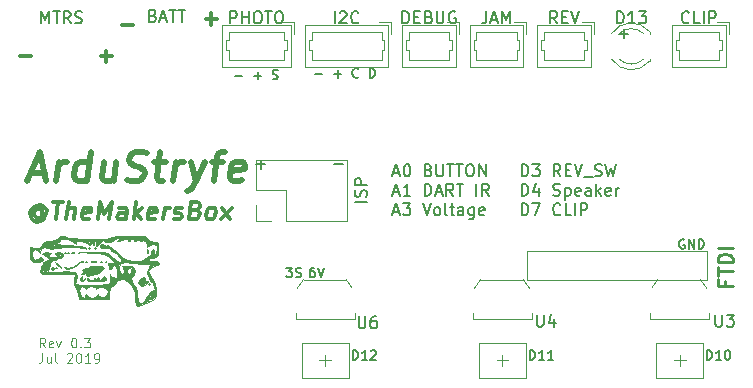
<source format=gto>
G04 #@! TF.FileFunction,Legend,Top*
%FSLAX46Y46*%
G04 Gerber Fmt 4.6, Leading zero omitted, Abs format (unit mm)*
G04 Created by KiCad (PCBNEW 4.0.7) date 07/26/19 16:42:22*
%MOMM*%
%LPD*%
G01*
G04 APERTURE LIST*
%ADD10C,0.100000*%
%ADD11C,0.250000*%
%ADD12C,0.200000*%
%ADD13C,0.300000*%
%ADD14C,0.150000*%
%ADD15C,0.500000*%
%ADD16C,0.120000*%
%ADD17C,0.010000*%
G04 APERTURE END LIST*
D10*
D11*
X97319714Y-108662238D02*
X97319714Y-109078905D01*
X97974476Y-109078905D02*
X96724476Y-109078905D01*
X96724476Y-108483667D01*
X96724476Y-108186047D02*
X96724476Y-107471762D01*
X97974476Y-107828905D02*
X96724476Y-107828905D01*
X97974476Y-107055095D02*
X96724476Y-107055095D01*
X96724476Y-106757476D01*
X96784000Y-106578904D01*
X96903048Y-106459857D01*
X97022095Y-106400333D01*
X97260190Y-106340809D01*
X97438762Y-106340809D01*
X97676857Y-106400333D01*
X97795905Y-106459857D01*
X97914952Y-106578904D01*
X97974476Y-106757476D01*
X97974476Y-107055095D01*
X97974476Y-105805095D02*
X96724476Y-105805095D01*
D12*
X64262048Y-98750429D02*
X65023953Y-98750429D01*
X62636714Y-91116143D02*
X63246238Y-91116143D01*
X64236714Y-91116143D02*
X64846238Y-91116143D01*
X64541476Y-91420905D02*
X64541476Y-90811381D01*
X66293857Y-91344714D02*
X66255762Y-91382810D01*
X66141476Y-91420905D01*
X66065286Y-91420905D01*
X65951000Y-91382810D01*
X65874809Y-91306619D01*
X65836714Y-91230429D01*
X65798619Y-91078048D01*
X65798619Y-90963762D01*
X65836714Y-90811381D01*
X65874809Y-90735190D01*
X65951000Y-90659000D01*
X66065286Y-90620905D01*
X66141476Y-90620905D01*
X66255762Y-90659000D01*
X66293857Y-90697095D01*
X67246238Y-91420905D02*
X67246238Y-90620905D01*
X67436714Y-90620905D01*
X67551000Y-90659000D01*
X67627191Y-90735190D01*
X67665286Y-90811381D01*
X67703381Y-90963762D01*
X67703381Y-91078048D01*
X67665286Y-91230429D01*
X67627191Y-91306619D01*
X67551000Y-91382810D01*
X67436714Y-91420905D01*
X67246238Y-91420905D01*
X55867524Y-91243143D02*
X56477048Y-91243143D01*
X57467524Y-91243143D02*
X58077048Y-91243143D01*
X57772286Y-91547905D02*
X57772286Y-90938381D01*
X59029429Y-91509810D02*
X59143715Y-91547905D01*
X59334191Y-91547905D01*
X59410381Y-91509810D01*
X59448477Y-91471714D01*
X59486572Y-91395524D01*
X59486572Y-91319333D01*
X59448477Y-91243143D01*
X59410381Y-91205048D01*
X59334191Y-91166952D01*
X59181810Y-91128857D01*
X59105619Y-91090762D01*
X59067524Y-91052667D01*
X59029429Y-90976476D01*
X59029429Y-90900286D01*
X59067524Y-90824095D01*
X59105619Y-90786000D01*
X59181810Y-90747905D01*
X59372286Y-90747905D01*
X59486572Y-90786000D01*
D13*
X46259810Y-86957286D02*
X47212191Y-86957286D01*
X53371810Y-86449286D02*
X54324191Y-86449286D01*
X53848001Y-86925476D02*
X53848001Y-85973095D01*
X37623810Y-89624286D02*
X38576191Y-89624286D01*
X44481810Y-89624286D02*
X45434191Y-89624286D01*
X44958001Y-90100476D02*
X44958001Y-89148095D01*
D14*
X48918953Y-86161571D02*
X49061810Y-86209190D01*
X49109429Y-86256810D01*
X49157048Y-86352048D01*
X49157048Y-86494905D01*
X49109429Y-86590143D01*
X49061810Y-86637762D01*
X48966572Y-86685381D01*
X48585619Y-86685381D01*
X48585619Y-85685381D01*
X48918953Y-85685381D01*
X49014191Y-85733000D01*
X49061810Y-85780619D01*
X49109429Y-85875857D01*
X49109429Y-85971095D01*
X49061810Y-86066333D01*
X49014191Y-86113952D01*
X48918953Y-86161571D01*
X48585619Y-86161571D01*
X49538000Y-86399667D02*
X50014191Y-86399667D01*
X49442762Y-86685381D02*
X49776095Y-85685381D01*
X50109429Y-86685381D01*
X50299905Y-85685381D02*
X50871334Y-85685381D01*
X50585619Y-86685381D02*
X50585619Y-85685381D01*
X51061810Y-85685381D02*
X51633239Y-85685381D01*
X51347524Y-86685381D02*
X51347524Y-85685381D01*
X39457524Y-86812381D02*
X39457524Y-85812381D01*
X39790858Y-86526667D01*
X40124191Y-85812381D01*
X40124191Y-86812381D01*
X40457524Y-85812381D02*
X41028953Y-85812381D01*
X40743238Y-86812381D02*
X40743238Y-85812381D01*
X41933715Y-86812381D02*
X41600381Y-86336190D01*
X41362286Y-86812381D02*
X41362286Y-85812381D01*
X41743239Y-85812381D01*
X41838477Y-85860000D01*
X41886096Y-85907619D01*
X41933715Y-86002857D01*
X41933715Y-86145714D01*
X41886096Y-86240952D01*
X41838477Y-86288571D01*
X41743239Y-86336190D01*
X41362286Y-86336190D01*
X42314667Y-86764762D02*
X42457524Y-86812381D01*
X42695620Y-86812381D01*
X42790858Y-86764762D01*
X42838477Y-86717143D01*
X42886096Y-86621905D01*
X42886096Y-86526667D01*
X42838477Y-86431429D01*
X42790858Y-86383810D01*
X42695620Y-86336190D01*
X42505143Y-86288571D01*
X42409905Y-86240952D01*
X42362286Y-86193333D01*
X42314667Y-86098095D01*
X42314667Y-86002857D01*
X42362286Y-85907619D01*
X42409905Y-85860000D01*
X42505143Y-85812381D01*
X42743239Y-85812381D01*
X42886096Y-85860000D01*
X93878477Y-105137000D02*
X93802286Y-105098905D01*
X93688001Y-105098905D01*
X93573715Y-105137000D01*
X93497524Y-105213190D01*
X93459429Y-105289381D01*
X93421334Y-105441762D01*
X93421334Y-105556048D01*
X93459429Y-105708429D01*
X93497524Y-105784619D01*
X93573715Y-105860810D01*
X93688001Y-105898905D01*
X93764191Y-105898905D01*
X93878477Y-105860810D01*
X93916572Y-105822714D01*
X93916572Y-105556048D01*
X93764191Y-105556048D01*
X94259429Y-105898905D02*
X94259429Y-105098905D01*
X94716572Y-105898905D01*
X94716572Y-105098905D01*
X95097524Y-105898905D02*
X95097524Y-105098905D01*
X95288000Y-105098905D01*
X95402286Y-105137000D01*
X95478477Y-105213190D01*
X95516572Y-105289381D01*
X95554667Y-105441762D01*
X95554667Y-105556048D01*
X95516572Y-105708429D01*
X95478477Y-105784619D01*
X95402286Y-105860810D01*
X95288000Y-105898905D01*
X95097524Y-105898905D01*
D12*
X57658048Y-98750429D02*
X58419953Y-98750429D01*
X58039001Y-99131381D02*
X58039001Y-98369476D01*
D14*
X80121095Y-99767381D02*
X80121095Y-98767381D01*
X80359190Y-98767381D01*
X80502048Y-98815000D01*
X80597286Y-98910238D01*
X80644905Y-99005476D01*
X80692524Y-99195952D01*
X80692524Y-99338810D01*
X80644905Y-99529286D01*
X80597286Y-99624524D01*
X80502048Y-99719762D01*
X80359190Y-99767381D01*
X80121095Y-99767381D01*
X81025857Y-98767381D02*
X81644905Y-98767381D01*
X81311571Y-99148333D01*
X81454429Y-99148333D01*
X81549667Y-99195952D01*
X81597286Y-99243571D01*
X81644905Y-99338810D01*
X81644905Y-99576905D01*
X81597286Y-99672143D01*
X81549667Y-99719762D01*
X81454429Y-99767381D01*
X81168714Y-99767381D01*
X81073476Y-99719762D01*
X81025857Y-99672143D01*
X83406810Y-99767381D02*
X83073476Y-99291190D01*
X82835381Y-99767381D02*
X82835381Y-98767381D01*
X83216334Y-98767381D01*
X83311572Y-98815000D01*
X83359191Y-98862619D01*
X83406810Y-98957857D01*
X83406810Y-99100714D01*
X83359191Y-99195952D01*
X83311572Y-99243571D01*
X83216334Y-99291190D01*
X82835381Y-99291190D01*
X83835381Y-99243571D02*
X84168715Y-99243571D01*
X84311572Y-99767381D02*
X83835381Y-99767381D01*
X83835381Y-98767381D01*
X84311572Y-98767381D01*
X84597286Y-98767381D02*
X84930619Y-99767381D01*
X85263953Y-98767381D01*
X85359191Y-99862619D02*
X86121096Y-99862619D01*
X86311572Y-99719762D02*
X86454429Y-99767381D01*
X86692525Y-99767381D01*
X86787763Y-99719762D01*
X86835382Y-99672143D01*
X86883001Y-99576905D01*
X86883001Y-99481667D01*
X86835382Y-99386429D01*
X86787763Y-99338810D01*
X86692525Y-99291190D01*
X86502048Y-99243571D01*
X86406810Y-99195952D01*
X86359191Y-99148333D01*
X86311572Y-99053095D01*
X86311572Y-98957857D01*
X86359191Y-98862619D01*
X86406810Y-98815000D01*
X86502048Y-98767381D01*
X86740144Y-98767381D01*
X86883001Y-98815000D01*
X87216334Y-98767381D02*
X87454429Y-99767381D01*
X87644906Y-99053095D01*
X87835382Y-99767381D01*
X88073477Y-98767381D01*
X80121095Y-101417381D02*
X80121095Y-100417381D01*
X80359190Y-100417381D01*
X80502048Y-100465000D01*
X80597286Y-100560238D01*
X80644905Y-100655476D01*
X80692524Y-100845952D01*
X80692524Y-100988810D01*
X80644905Y-101179286D01*
X80597286Y-101274524D01*
X80502048Y-101369762D01*
X80359190Y-101417381D01*
X80121095Y-101417381D01*
X81549667Y-100750714D02*
X81549667Y-101417381D01*
X81311571Y-100369762D02*
X81073476Y-101084048D01*
X81692524Y-101084048D01*
X82787762Y-101369762D02*
X82930619Y-101417381D01*
X83168715Y-101417381D01*
X83263953Y-101369762D01*
X83311572Y-101322143D01*
X83359191Y-101226905D01*
X83359191Y-101131667D01*
X83311572Y-101036429D01*
X83263953Y-100988810D01*
X83168715Y-100941190D01*
X82978238Y-100893571D01*
X82883000Y-100845952D01*
X82835381Y-100798333D01*
X82787762Y-100703095D01*
X82787762Y-100607857D01*
X82835381Y-100512619D01*
X82883000Y-100465000D01*
X82978238Y-100417381D01*
X83216334Y-100417381D01*
X83359191Y-100465000D01*
X83787762Y-100750714D02*
X83787762Y-101750714D01*
X83787762Y-100798333D02*
X83883000Y-100750714D01*
X84073477Y-100750714D01*
X84168715Y-100798333D01*
X84216334Y-100845952D01*
X84263953Y-100941190D01*
X84263953Y-101226905D01*
X84216334Y-101322143D01*
X84168715Y-101369762D01*
X84073477Y-101417381D01*
X83883000Y-101417381D01*
X83787762Y-101369762D01*
X85073477Y-101369762D02*
X84978239Y-101417381D01*
X84787762Y-101417381D01*
X84692524Y-101369762D01*
X84644905Y-101274524D01*
X84644905Y-100893571D01*
X84692524Y-100798333D01*
X84787762Y-100750714D01*
X84978239Y-100750714D01*
X85073477Y-100798333D01*
X85121096Y-100893571D01*
X85121096Y-100988810D01*
X84644905Y-101084048D01*
X85978239Y-101417381D02*
X85978239Y-100893571D01*
X85930620Y-100798333D01*
X85835382Y-100750714D01*
X85644905Y-100750714D01*
X85549667Y-100798333D01*
X85978239Y-101369762D02*
X85883001Y-101417381D01*
X85644905Y-101417381D01*
X85549667Y-101369762D01*
X85502048Y-101274524D01*
X85502048Y-101179286D01*
X85549667Y-101084048D01*
X85644905Y-101036429D01*
X85883001Y-101036429D01*
X85978239Y-100988810D01*
X86454429Y-101417381D02*
X86454429Y-100417381D01*
X86549667Y-101036429D02*
X86835382Y-101417381D01*
X86835382Y-100750714D02*
X86454429Y-101131667D01*
X87644906Y-101369762D02*
X87549668Y-101417381D01*
X87359191Y-101417381D01*
X87263953Y-101369762D01*
X87216334Y-101274524D01*
X87216334Y-100893571D01*
X87263953Y-100798333D01*
X87359191Y-100750714D01*
X87549668Y-100750714D01*
X87644906Y-100798333D01*
X87692525Y-100893571D01*
X87692525Y-100988810D01*
X87216334Y-101084048D01*
X88121096Y-101417381D02*
X88121096Y-100750714D01*
X88121096Y-100941190D02*
X88168715Y-100845952D01*
X88216334Y-100798333D01*
X88311572Y-100750714D01*
X88406811Y-100750714D01*
X80121095Y-103067381D02*
X80121095Y-102067381D01*
X80359190Y-102067381D01*
X80502048Y-102115000D01*
X80597286Y-102210238D01*
X80644905Y-102305476D01*
X80692524Y-102495952D01*
X80692524Y-102638810D01*
X80644905Y-102829286D01*
X80597286Y-102924524D01*
X80502048Y-103019762D01*
X80359190Y-103067381D01*
X80121095Y-103067381D01*
X81025857Y-102067381D02*
X81692524Y-102067381D01*
X81263952Y-103067381D01*
X83406810Y-102972143D02*
X83359191Y-103019762D01*
X83216334Y-103067381D01*
X83121096Y-103067381D01*
X82978238Y-103019762D01*
X82883000Y-102924524D01*
X82835381Y-102829286D01*
X82787762Y-102638810D01*
X82787762Y-102495952D01*
X82835381Y-102305476D01*
X82883000Y-102210238D01*
X82978238Y-102115000D01*
X83121096Y-102067381D01*
X83216334Y-102067381D01*
X83359191Y-102115000D01*
X83406810Y-102162619D01*
X84311572Y-103067381D02*
X83835381Y-103067381D01*
X83835381Y-102067381D01*
X84644905Y-103067381D02*
X84644905Y-102067381D01*
X85121095Y-103067381D02*
X85121095Y-102067381D01*
X85502048Y-102067381D01*
X85597286Y-102115000D01*
X85644905Y-102162619D01*
X85692524Y-102257857D01*
X85692524Y-102400714D01*
X85644905Y-102495952D01*
X85597286Y-102543571D01*
X85502048Y-102591190D01*
X85121095Y-102591190D01*
X69278476Y-99481667D02*
X69754667Y-99481667D01*
X69183238Y-99767381D02*
X69516571Y-98767381D01*
X69849905Y-99767381D01*
X70373714Y-98767381D02*
X70468953Y-98767381D01*
X70564191Y-98815000D01*
X70611810Y-98862619D01*
X70659429Y-98957857D01*
X70707048Y-99148333D01*
X70707048Y-99386429D01*
X70659429Y-99576905D01*
X70611810Y-99672143D01*
X70564191Y-99719762D01*
X70468953Y-99767381D01*
X70373714Y-99767381D01*
X70278476Y-99719762D01*
X70230857Y-99672143D01*
X70183238Y-99576905D01*
X70135619Y-99386429D01*
X70135619Y-99148333D01*
X70183238Y-98957857D01*
X70230857Y-98862619D01*
X70278476Y-98815000D01*
X70373714Y-98767381D01*
X72230858Y-99243571D02*
X72373715Y-99291190D01*
X72421334Y-99338810D01*
X72468953Y-99434048D01*
X72468953Y-99576905D01*
X72421334Y-99672143D01*
X72373715Y-99719762D01*
X72278477Y-99767381D01*
X71897524Y-99767381D01*
X71897524Y-98767381D01*
X72230858Y-98767381D01*
X72326096Y-98815000D01*
X72373715Y-98862619D01*
X72421334Y-98957857D01*
X72421334Y-99053095D01*
X72373715Y-99148333D01*
X72326096Y-99195952D01*
X72230858Y-99243571D01*
X71897524Y-99243571D01*
X72897524Y-98767381D02*
X72897524Y-99576905D01*
X72945143Y-99672143D01*
X72992762Y-99719762D01*
X73088000Y-99767381D01*
X73278477Y-99767381D01*
X73373715Y-99719762D01*
X73421334Y-99672143D01*
X73468953Y-99576905D01*
X73468953Y-98767381D01*
X73802286Y-98767381D02*
X74373715Y-98767381D01*
X74088000Y-99767381D02*
X74088000Y-98767381D01*
X74564191Y-98767381D02*
X75135620Y-98767381D01*
X74849905Y-99767381D02*
X74849905Y-98767381D01*
X75659429Y-98767381D02*
X75849906Y-98767381D01*
X75945144Y-98815000D01*
X76040382Y-98910238D01*
X76088001Y-99100714D01*
X76088001Y-99434048D01*
X76040382Y-99624524D01*
X75945144Y-99719762D01*
X75849906Y-99767381D01*
X75659429Y-99767381D01*
X75564191Y-99719762D01*
X75468953Y-99624524D01*
X75421334Y-99434048D01*
X75421334Y-99100714D01*
X75468953Y-98910238D01*
X75564191Y-98815000D01*
X75659429Y-98767381D01*
X76516572Y-99767381D02*
X76516572Y-98767381D01*
X77088001Y-99767381D01*
X77088001Y-98767381D01*
X69278476Y-101131667D02*
X69754667Y-101131667D01*
X69183238Y-101417381D02*
X69516571Y-100417381D01*
X69849905Y-101417381D01*
X70707048Y-101417381D02*
X70135619Y-101417381D01*
X70421333Y-101417381D02*
X70421333Y-100417381D01*
X70326095Y-100560238D01*
X70230857Y-100655476D01*
X70135619Y-100703095D01*
X71897524Y-101417381D02*
X71897524Y-100417381D01*
X72135619Y-100417381D01*
X72278477Y-100465000D01*
X72373715Y-100560238D01*
X72421334Y-100655476D01*
X72468953Y-100845952D01*
X72468953Y-100988810D01*
X72421334Y-101179286D01*
X72373715Y-101274524D01*
X72278477Y-101369762D01*
X72135619Y-101417381D01*
X71897524Y-101417381D01*
X72849905Y-101131667D02*
X73326096Y-101131667D01*
X72754667Y-101417381D02*
X73088000Y-100417381D01*
X73421334Y-101417381D01*
X74326096Y-101417381D02*
X73992762Y-100941190D01*
X73754667Y-101417381D02*
X73754667Y-100417381D01*
X74135620Y-100417381D01*
X74230858Y-100465000D01*
X74278477Y-100512619D01*
X74326096Y-100607857D01*
X74326096Y-100750714D01*
X74278477Y-100845952D01*
X74230858Y-100893571D01*
X74135620Y-100941190D01*
X73754667Y-100941190D01*
X74611810Y-100417381D02*
X75183239Y-100417381D01*
X74897524Y-101417381D02*
X74897524Y-100417381D01*
X76278477Y-101417381D02*
X76278477Y-100417381D01*
X77326096Y-101417381D02*
X76992762Y-100941190D01*
X76754667Y-101417381D02*
X76754667Y-100417381D01*
X77135620Y-100417381D01*
X77230858Y-100465000D01*
X77278477Y-100512619D01*
X77326096Y-100607857D01*
X77326096Y-100750714D01*
X77278477Y-100845952D01*
X77230858Y-100893571D01*
X77135620Y-100941190D01*
X76754667Y-100941190D01*
X69278476Y-102781667D02*
X69754667Y-102781667D01*
X69183238Y-103067381D02*
X69516571Y-102067381D01*
X69849905Y-103067381D01*
X70088000Y-102067381D02*
X70707048Y-102067381D01*
X70373714Y-102448333D01*
X70516572Y-102448333D01*
X70611810Y-102495952D01*
X70659429Y-102543571D01*
X70707048Y-102638810D01*
X70707048Y-102876905D01*
X70659429Y-102972143D01*
X70611810Y-103019762D01*
X70516572Y-103067381D01*
X70230857Y-103067381D01*
X70135619Y-103019762D01*
X70088000Y-102972143D01*
X71754667Y-102067381D02*
X72088000Y-103067381D01*
X72421334Y-102067381D01*
X72897524Y-103067381D02*
X72802286Y-103019762D01*
X72754667Y-102972143D01*
X72707048Y-102876905D01*
X72707048Y-102591190D01*
X72754667Y-102495952D01*
X72802286Y-102448333D01*
X72897524Y-102400714D01*
X73040382Y-102400714D01*
X73135620Y-102448333D01*
X73183239Y-102495952D01*
X73230858Y-102591190D01*
X73230858Y-102876905D01*
X73183239Y-102972143D01*
X73135620Y-103019762D01*
X73040382Y-103067381D01*
X72897524Y-103067381D01*
X73802286Y-103067381D02*
X73707048Y-103019762D01*
X73659429Y-102924524D01*
X73659429Y-102067381D01*
X74040382Y-102400714D02*
X74421334Y-102400714D01*
X74183239Y-102067381D02*
X74183239Y-102924524D01*
X74230858Y-103019762D01*
X74326096Y-103067381D01*
X74421334Y-103067381D01*
X75183240Y-103067381D02*
X75183240Y-102543571D01*
X75135621Y-102448333D01*
X75040383Y-102400714D01*
X74849906Y-102400714D01*
X74754668Y-102448333D01*
X75183240Y-103019762D02*
X75088002Y-103067381D01*
X74849906Y-103067381D01*
X74754668Y-103019762D01*
X74707049Y-102924524D01*
X74707049Y-102829286D01*
X74754668Y-102734048D01*
X74849906Y-102686429D01*
X75088002Y-102686429D01*
X75183240Y-102638810D01*
X76088002Y-102400714D02*
X76088002Y-103210238D01*
X76040383Y-103305476D01*
X75992764Y-103353095D01*
X75897525Y-103400714D01*
X75754668Y-103400714D01*
X75659430Y-103353095D01*
X76088002Y-103019762D02*
X75992764Y-103067381D01*
X75802287Y-103067381D01*
X75707049Y-103019762D01*
X75659430Y-102972143D01*
X75611811Y-102876905D01*
X75611811Y-102591190D01*
X75659430Y-102495952D01*
X75707049Y-102448333D01*
X75802287Y-102400714D01*
X75992764Y-102400714D01*
X76088002Y-102448333D01*
X76945145Y-103019762D02*
X76849907Y-103067381D01*
X76659430Y-103067381D01*
X76564192Y-103019762D01*
X76516573Y-102924524D01*
X76516573Y-102543571D01*
X76564192Y-102448333D01*
X76659430Y-102400714D01*
X76849907Y-102400714D01*
X76945145Y-102448333D01*
X76992764Y-102543571D01*
X76992764Y-102638810D01*
X76516573Y-102734048D01*
D15*
X38553357Y-99476667D02*
X39743834Y-99476667D01*
X38225976Y-100190952D02*
X39371810Y-97690952D01*
X39892643Y-100190952D01*
X40725976Y-100190952D02*
X40934309Y-98524286D01*
X40874786Y-99000476D02*
X41023595Y-98762381D01*
X41157523Y-98643333D01*
X41410500Y-98524286D01*
X41648595Y-98524286D01*
X43345024Y-100190952D02*
X43657524Y-97690952D01*
X43359905Y-100071905D02*
X43106928Y-100190952D01*
X42630738Y-100190952D01*
X42407524Y-100071905D01*
X42303357Y-99952857D01*
X42214071Y-99714762D01*
X42303357Y-99000476D01*
X42452166Y-98762381D01*
X42586095Y-98643333D01*
X42839071Y-98524286D01*
X43315261Y-98524286D01*
X43538476Y-98643333D01*
X45815262Y-98524286D02*
X45606929Y-100190952D01*
X44743833Y-98524286D02*
X44580143Y-99833810D01*
X44669429Y-100071905D01*
X44892643Y-100190952D01*
X45249786Y-100190952D01*
X45502762Y-100071905D01*
X45636691Y-99952857D01*
X46693238Y-100071905D02*
X47035500Y-100190952D01*
X47630738Y-100190952D01*
X47883715Y-100071905D01*
X48017643Y-99952857D01*
X48166453Y-99714762D01*
X48196215Y-99476667D01*
X48106929Y-99238571D01*
X48002763Y-99119524D01*
X47779548Y-99000476D01*
X47318238Y-98881429D01*
X47095024Y-98762381D01*
X46990857Y-98643333D01*
X46901571Y-98405238D01*
X46931333Y-98167143D01*
X47080143Y-97929048D01*
X47214072Y-97810000D01*
X47467048Y-97690952D01*
X48062286Y-97690952D01*
X48404548Y-97810000D01*
X49029547Y-98524286D02*
X49981928Y-98524286D01*
X49490857Y-97690952D02*
X49223000Y-99833810D01*
X49312286Y-100071905D01*
X49535500Y-100190952D01*
X49773595Y-100190952D01*
X50606928Y-100190952D02*
X50815261Y-98524286D01*
X50755738Y-99000476D02*
X50904547Y-98762381D01*
X51038475Y-98643333D01*
X51291452Y-98524286D01*
X51529547Y-98524286D01*
X52124785Y-98524286D02*
X52511690Y-100190952D01*
X53315261Y-98524286D02*
X52511690Y-100190952D01*
X52199190Y-100786190D01*
X52065261Y-100905238D01*
X51812285Y-101024286D01*
X53910499Y-98524286D02*
X54862880Y-98524286D01*
X54059309Y-100190952D02*
X54327166Y-98048095D01*
X54475976Y-97810000D01*
X54728952Y-97690952D01*
X54967047Y-97690952D01*
X56455142Y-100071905D02*
X56202166Y-100190952D01*
X55725975Y-100190952D01*
X55502761Y-100071905D01*
X55413475Y-99833810D01*
X55532522Y-98881429D01*
X55681332Y-98643333D01*
X55934308Y-98524286D01*
X56410499Y-98524286D01*
X56633713Y-98643333D01*
X56722999Y-98881429D01*
X56693238Y-99119524D01*
X55472999Y-99357619D01*
D14*
X65830571Y-115296905D02*
X65830571Y-114496905D01*
X66021047Y-114496905D01*
X66135333Y-114535000D01*
X66211524Y-114611190D01*
X66249619Y-114687381D01*
X66287714Y-114839762D01*
X66287714Y-114954048D01*
X66249619Y-115106429D01*
X66211524Y-115182619D01*
X66135333Y-115258810D01*
X66021047Y-115296905D01*
X65830571Y-115296905D01*
X67049619Y-115296905D02*
X66592476Y-115296905D01*
X66821047Y-115296905D02*
X66821047Y-114496905D01*
X66744857Y-114611190D01*
X66668666Y-114687381D01*
X66592476Y-114725476D01*
X67354381Y-114573095D02*
X67392476Y-114535000D01*
X67468667Y-114496905D01*
X67659143Y-114496905D01*
X67735333Y-114535000D01*
X67773429Y-114573095D01*
X67811524Y-114649286D01*
X67811524Y-114725476D01*
X67773429Y-114839762D01*
X67316286Y-115296905D01*
X67811524Y-115296905D01*
X80816571Y-115296905D02*
X80816571Y-114496905D01*
X81007047Y-114496905D01*
X81121333Y-114535000D01*
X81197524Y-114611190D01*
X81235619Y-114687381D01*
X81273714Y-114839762D01*
X81273714Y-114954048D01*
X81235619Y-115106429D01*
X81197524Y-115182619D01*
X81121333Y-115258810D01*
X81007047Y-115296905D01*
X80816571Y-115296905D01*
X82035619Y-115296905D02*
X81578476Y-115296905D01*
X81807047Y-115296905D02*
X81807047Y-114496905D01*
X81730857Y-114611190D01*
X81654666Y-114687381D01*
X81578476Y-114725476D01*
X82797524Y-115296905D02*
X82340381Y-115296905D01*
X82568952Y-115296905D02*
X82568952Y-114496905D01*
X82492762Y-114611190D01*
X82416571Y-114687381D01*
X82340381Y-114725476D01*
X95802571Y-115296905D02*
X95802571Y-114496905D01*
X95993047Y-114496905D01*
X96107333Y-114535000D01*
X96183524Y-114611190D01*
X96221619Y-114687381D01*
X96259714Y-114839762D01*
X96259714Y-114954048D01*
X96221619Y-115106429D01*
X96183524Y-115182619D01*
X96107333Y-115258810D01*
X95993047Y-115296905D01*
X95802571Y-115296905D01*
X97021619Y-115296905D02*
X96564476Y-115296905D01*
X96793047Y-115296905D02*
X96793047Y-114496905D01*
X96716857Y-114611190D01*
X96640666Y-114687381D01*
X96564476Y-114725476D01*
X97516857Y-114496905D02*
X97593048Y-114496905D01*
X97669238Y-114535000D01*
X97707333Y-114573095D01*
X97745429Y-114649286D01*
X97783524Y-114801667D01*
X97783524Y-114992143D01*
X97745429Y-115144524D01*
X97707333Y-115220714D01*
X97669238Y-115258810D01*
X97593048Y-115296905D01*
X97516857Y-115296905D01*
X97440667Y-115258810D01*
X97402571Y-115220714D01*
X97364476Y-115144524D01*
X97326381Y-114992143D01*
X97326381Y-114801667D01*
X97364476Y-114649286D01*
X97402571Y-114573095D01*
X97440667Y-114535000D01*
X97516857Y-114496905D01*
D13*
X39530178Y-102707286D02*
X39467679Y-102635857D01*
X39333750Y-102564429D01*
X39190892Y-102564429D01*
X39039107Y-102635857D01*
X38958750Y-102707286D01*
X38869464Y-102850143D01*
X38851607Y-102993000D01*
X38905179Y-103135857D01*
X38967678Y-103207286D01*
X39101607Y-103278714D01*
X39244465Y-103278714D01*
X39396250Y-103207286D01*
X39476607Y-103135857D01*
X39548035Y-102564429D02*
X39476607Y-103135857D01*
X39539107Y-103207286D01*
X39610535Y-103207286D01*
X39762322Y-103135857D01*
X39851607Y-102993000D01*
X39896250Y-102635857D01*
X39780179Y-102421571D01*
X39583750Y-102278714D01*
X39306964Y-102207286D01*
X39012322Y-102278714D01*
X38780179Y-102421571D01*
X38610536Y-102635857D01*
X38503393Y-102921571D01*
X38539107Y-103207286D01*
X38655179Y-103421571D01*
X38851607Y-103564429D01*
X39128393Y-103635857D01*
X39423035Y-103564429D01*
X39655179Y-103421571D01*
X40414107Y-101921571D02*
X41271250Y-101921571D01*
X40655179Y-103421571D02*
X40842679Y-101921571D01*
X41583750Y-103421571D02*
X41771250Y-101921571D01*
X42226607Y-103421571D02*
X42324821Y-102635857D01*
X42271249Y-102493000D01*
X42137321Y-102421571D01*
X41923036Y-102421571D01*
X41771249Y-102493000D01*
X41690892Y-102564429D01*
X43521249Y-103350143D02*
X43369464Y-103421571D01*
X43083750Y-103421571D01*
X42949821Y-103350143D01*
X42896249Y-103207286D01*
X42967678Y-102635857D01*
X43056964Y-102493000D01*
X43208750Y-102421571D01*
X43494464Y-102421571D01*
X43628392Y-102493000D01*
X43681964Y-102635857D01*
X43664107Y-102778714D01*
X42931964Y-102921571D01*
X44226607Y-103421571D02*
X44414107Y-101921571D01*
X44780178Y-102993000D01*
X45414107Y-101921571D01*
X45226607Y-103421571D01*
X46583750Y-103421571D02*
X46681964Y-102635857D01*
X46628392Y-102493000D01*
X46494464Y-102421571D01*
X46208750Y-102421571D01*
X46056964Y-102493000D01*
X46592678Y-103350143D02*
X46440893Y-103421571D01*
X46083750Y-103421571D01*
X45949821Y-103350143D01*
X45896249Y-103207286D01*
X45914106Y-103064429D01*
X46003393Y-102921571D01*
X46155178Y-102850143D01*
X46512321Y-102850143D01*
X46664107Y-102778714D01*
X47298036Y-103421571D02*
X47485536Y-101921571D01*
X47512321Y-102850143D02*
X47869464Y-103421571D01*
X47994464Y-102421571D02*
X47351607Y-102993000D01*
X49092678Y-103350143D02*
X48940893Y-103421571D01*
X48655179Y-103421571D01*
X48521250Y-103350143D01*
X48467678Y-103207286D01*
X48539107Y-102635857D01*
X48628393Y-102493000D01*
X48780179Y-102421571D01*
X49065893Y-102421571D01*
X49199821Y-102493000D01*
X49253393Y-102635857D01*
X49235536Y-102778714D01*
X48503393Y-102921571D01*
X49798036Y-103421571D02*
X49923036Y-102421571D01*
X49887321Y-102707286D02*
X49976606Y-102564429D01*
X50056964Y-102493000D01*
X50208750Y-102421571D01*
X50351607Y-102421571D01*
X50664106Y-103350143D02*
X50798035Y-103421571D01*
X51083750Y-103421571D01*
X51235535Y-103350143D01*
X51324820Y-103207286D01*
X51333749Y-103135857D01*
X51280178Y-102993000D01*
X51146250Y-102921571D01*
X50931964Y-102921571D01*
X50798035Y-102850143D01*
X50744463Y-102707286D01*
X50753392Y-102635857D01*
X50842678Y-102493000D01*
X50994464Y-102421571D01*
X51208750Y-102421571D01*
X51342678Y-102493000D01*
X52539107Y-102635857D02*
X52744464Y-102707286D01*
X52806964Y-102778714D01*
X52860536Y-102921571D01*
X52833750Y-103135857D01*
X52744464Y-103278714D01*
X52664107Y-103350143D01*
X52512321Y-103421571D01*
X51940893Y-103421571D01*
X52128393Y-101921571D01*
X52628393Y-101921571D01*
X52762321Y-101993000D01*
X52824821Y-102064429D01*
X52878392Y-102207286D01*
X52860535Y-102350143D01*
X52771250Y-102493000D01*
X52690892Y-102564429D01*
X52539107Y-102635857D01*
X52039107Y-102635857D01*
X53655179Y-103421571D02*
X53521249Y-103350143D01*
X53458750Y-103278714D01*
X53405178Y-103135857D01*
X53458749Y-102707286D01*
X53548035Y-102564429D01*
X53628392Y-102493000D01*
X53780179Y-102421571D01*
X53994464Y-102421571D01*
X54128392Y-102493000D01*
X54190892Y-102564429D01*
X54244464Y-102707286D01*
X54190893Y-103135857D01*
X54101607Y-103278714D01*
X54021249Y-103350143D01*
X53869464Y-103421571D01*
X53655179Y-103421571D01*
X54655179Y-103421571D02*
X55565893Y-102421571D01*
X54780179Y-102421571D02*
X55440893Y-103421571D01*
D10*
X39763619Y-114265905D02*
X39496952Y-113884952D01*
X39306476Y-114265905D02*
X39306476Y-113465905D01*
X39611238Y-113465905D01*
X39687429Y-113504000D01*
X39725524Y-113542095D01*
X39763619Y-113618286D01*
X39763619Y-113732571D01*
X39725524Y-113808762D01*
X39687429Y-113846857D01*
X39611238Y-113884952D01*
X39306476Y-113884952D01*
X40411238Y-114227810D02*
X40335048Y-114265905D01*
X40182667Y-114265905D01*
X40106476Y-114227810D01*
X40068381Y-114151619D01*
X40068381Y-113846857D01*
X40106476Y-113770667D01*
X40182667Y-113732571D01*
X40335048Y-113732571D01*
X40411238Y-113770667D01*
X40449333Y-113846857D01*
X40449333Y-113923048D01*
X40068381Y-113999238D01*
X40716000Y-113732571D02*
X40906476Y-114265905D01*
X41096952Y-113732571D01*
X42163619Y-113465905D02*
X42239810Y-113465905D01*
X42316000Y-113504000D01*
X42354095Y-113542095D01*
X42392191Y-113618286D01*
X42430286Y-113770667D01*
X42430286Y-113961143D01*
X42392191Y-114113524D01*
X42354095Y-114189714D01*
X42316000Y-114227810D01*
X42239810Y-114265905D01*
X42163619Y-114265905D01*
X42087429Y-114227810D01*
X42049333Y-114189714D01*
X42011238Y-114113524D01*
X41973143Y-113961143D01*
X41973143Y-113770667D01*
X42011238Y-113618286D01*
X42049333Y-113542095D01*
X42087429Y-113504000D01*
X42163619Y-113465905D01*
X42773143Y-114189714D02*
X42811238Y-114227810D01*
X42773143Y-114265905D01*
X42735048Y-114227810D01*
X42773143Y-114189714D01*
X42773143Y-114265905D01*
X43077905Y-113465905D02*
X43573143Y-113465905D01*
X43306476Y-113770667D01*
X43420762Y-113770667D01*
X43496952Y-113808762D01*
X43535048Y-113846857D01*
X43573143Y-113923048D01*
X43573143Y-114113524D01*
X43535048Y-114189714D01*
X43496952Y-114227810D01*
X43420762Y-114265905D01*
X43192190Y-114265905D01*
X43116000Y-114227810D01*
X43077905Y-114189714D01*
X39535048Y-114765905D02*
X39535048Y-115337333D01*
X39496952Y-115451619D01*
X39420762Y-115527810D01*
X39306476Y-115565905D01*
X39230286Y-115565905D01*
X40258857Y-115032571D02*
X40258857Y-115565905D01*
X39916000Y-115032571D02*
X39916000Y-115451619D01*
X39954095Y-115527810D01*
X40030286Y-115565905D01*
X40144572Y-115565905D01*
X40220762Y-115527810D01*
X40258857Y-115489714D01*
X40754096Y-115565905D02*
X40677905Y-115527810D01*
X40639810Y-115451619D01*
X40639810Y-114765905D01*
X41630287Y-114842095D02*
X41668382Y-114804000D01*
X41744573Y-114765905D01*
X41935049Y-114765905D01*
X42011239Y-114804000D01*
X42049335Y-114842095D01*
X42087430Y-114918286D01*
X42087430Y-114994476D01*
X42049335Y-115108762D01*
X41592192Y-115565905D01*
X42087430Y-115565905D01*
X42582668Y-114765905D02*
X42658859Y-114765905D01*
X42735049Y-114804000D01*
X42773144Y-114842095D01*
X42811240Y-114918286D01*
X42849335Y-115070667D01*
X42849335Y-115261143D01*
X42811240Y-115413524D01*
X42773144Y-115489714D01*
X42735049Y-115527810D01*
X42658859Y-115565905D01*
X42582668Y-115565905D01*
X42506478Y-115527810D01*
X42468382Y-115489714D01*
X42430287Y-115413524D01*
X42392192Y-115261143D01*
X42392192Y-115070667D01*
X42430287Y-114918286D01*
X42468382Y-114842095D01*
X42506478Y-114804000D01*
X42582668Y-114765905D01*
X43611240Y-115565905D02*
X43154097Y-115565905D01*
X43382668Y-115565905D02*
X43382668Y-114765905D01*
X43306478Y-114880190D01*
X43230287Y-114956381D01*
X43154097Y-114994476D01*
X43992192Y-115565905D02*
X44144573Y-115565905D01*
X44220764Y-115527810D01*
X44258859Y-115489714D01*
X44335050Y-115375429D01*
X44373145Y-115223048D01*
X44373145Y-114918286D01*
X44335050Y-114842095D01*
X44296954Y-114804000D01*
X44220764Y-114765905D01*
X44068383Y-114765905D01*
X43992192Y-114804000D01*
X43954097Y-114842095D01*
X43916002Y-114918286D01*
X43916002Y-115108762D01*
X43954097Y-115184952D01*
X43992192Y-115223048D01*
X44068383Y-115261143D01*
X44220764Y-115261143D01*
X44296954Y-115223048D01*
X44335050Y-115184952D01*
X44373145Y-115108762D01*
D16*
X80538000Y-106065000D02*
X80538000Y-108565000D01*
X80538000Y-108565000D02*
X95788000Y-108565000D01*
X95788000Y-108565000D02*
X95788000Y-106065000D01*
X95788000Y-106065000D02*
X80538000Y-106065000D01*
X87735665Y-89851608D02*
G75*
G03X90968000Y-90008516I1672335J1078608D01*
G01*
X87735665Y-87694392D02*
G75*
G02X90968000Y-87537484I1672335J-1078608D01*
G01*
X88366870Y-89852837D02*
G75*
G03X90448961Y-89853000I1041130J1079837D01*
G01*
X88366870Y-87693163D02*
G75*
G02X90448961Y-87693000I1041130J-1079837D01*
G01*
X90968000Y-90009000D02*
X90968000Y-89853000D01*
X90968000Y-87693000D02*
X90968000Y-87537000D01*
D10*
X95498000Y-116865000D02*
X91498000Y-116865000D01*
X91498000Y-116865000D02*
X91498000Y-113865000D01*
X91498000Y-113865000D02*
X95498000Y-113865000D01*
X95498000Y-113865000D02*
X95498000Y-116865000D01*
X93498000Y-115865000D02*
X93498000Y-114865000D01*
X93998000Y-115365000D02*
X92998000Y-115365000D01*
X95998000Y-111365000D02*
X95998000Y-111865000D01*
X95998000Y-111865000D02*
X90998000Y-111865000D01*
X90998000Y-111865000D02*
X90998000Y-111365000D01*
D16*
X95258000Y-108515000D02*
X91658000Y-108515000D01*
X95782184Y-109242205D02*
G75*
G03X95258000Y-108515000I-2324184J-1122795D01*
G01*
X91133816Y-109242205D02*
G75*
G02X91658000Y-108515000I2324184J-1122795D01*
G01*
D10*
X80498000Y-116865000D02*
X76498000Y-116865000D01*
X76498000Y-116865000D02*
X76498000Y-113865000D01*
X76498000Y-113865000D02*
X80498000Y-113865000D01*
X80498000Y-113865000D02*
X80498000Y-116865000D01*
X78498000Y-115865000D02*
X78498000Y-114865000D01*
X78998000Y-115365000D02*
X77998000Y-115365000D01*
X80998000Y-111365000D02*
X80998000Y-111865000D01*
X80998000Y-111865000D02*
X75998000Y-111865000D01*
X75998000Y-111865000D02*
X75998000Y-111365000D01*
D16*
X80258000Y-108515000D02*
X76658000Y-108515000D01*
X80782184Y-109242205D02*
G75*
G03X80258000Y-108515000I-2324184J-1122795D01*
G01*
X76133816Y-109242205D02*
G75*
G02X76658000Y-108515000I2324184J-1122795D01*
G01*
D10*
X65498000Y-116865000D02*
X61498000Y-116865000D01*
X61498000Y-116865000D02*
X61498000Y-113865000D01*
X61498000Y-113865000D02*
X65498000Y-113865000D01*
X65498000Y-113865000D02*
X65498000Y-116865000D01*
X63498000Y-115865000D02*
X63498000Y-114865000D01*
X63998000Y-115365000D02*
X62998000Y-115365000D01*
X65998000Y-111365000D02*
X65998000Y-111865000D01*
X65998000Y-111865000D02*
X60998000Y-111865000D01*
X60998000Y-111865000D02*
X60998000Y-111365000D01*
D16*
X65258000Y-108515000D02*
X61658000Y-108515000D01*
X65782184Y-109242205D02*
G75*
G03X65258000Y-108515000I-2324184J-1122795D01*
G01*
X61133816Y-109242205D02*
G75*
G02X61658000Y-108515000I2324184J-1122795D01*
G01*
X65338000Y-103565000D02*
X65338000Y-98365000D01*
X60198000Y-103565000D02*
X65338000Y-103565000D01*
X57598000Y-98365000D02*
X65338000Y-98365000D01*
X60198000Y-103565000D02*
X60198000Y-100965000D01*
X60198000Y-100965000D02*
X57598000Y-100965000D01*
X57598000Y-100965000D02*
X57598000Y-98365000D01*
X58928000Y-103565000D02*
X57598000Y-103565000D01*
X57598000Y-103565000D02*
X57598000Y-102235000D01*
X80263000Y-90490000D02*
X80263000Y-86990000D01*
X80263000Y-86990000D02*
X75713000Y-86990000D01*
X75713000Y-86990000D02*
X75713000Y-90490000D01*
X75713000Y-90490000D02*
X80263000Y-90490000D01*
X77988000Y-87540000D02*
X79713000Y-87540000D01*
X79713000Y-87540000D02*
X79713000Y-88265000D01*
X79713000Y-88265000D02*
X79913000Y-88265000D01*
X79913000Y-88265000D02*
X79913000Y-89065000D01*
X79913000Y-89065000D02*
X79713000Y-89065000D01*
X79713000Y-89065000D02*
X79713000Y-89940000D01*
X79713000Y-89940000D02*
X77988000Y-89940000D01*
X77988000Y-87540000D02*
X76263000Y-87540000D01*
X76263000Y-87540000D02*
X76263000Y-88265000D01*
X76263000Y-88265000D02*
X76063000Y-88265000D01*
X76063000Y-88265000D02*
X76063000Y-89065000D01*
X76063000Y-89065000D02*
X76263000Y-89065000D01*
X76263000Y-89065000D02*
X76263000Y-89940000D01*
X76263000Y-89940000D02*
X77988000Y-89940000D01*
X80513000Y-86740000D02*
X80513000Y-87740000D01*
X80513000Y-86740000D02*
X79513000Y-86740000D01*
X68833000Y-90490000D02*
X68833000Y-86990000D01*
X68833000Y-86990000D02*
X61783000Y-86990000D01*
X61783000Y-86990000D02*
X61783000Y-90490000D01*
X61783000Y-90490000D02*
X68833000Y-90490000D01*
X65308000Y-87540000D02*
X68283000Y-87540000D01*
X68283000Y-87540000D02*
X68283000Y-88265000D01*
X68283000Y-88265000D02*
X68483000Y-88265000D01*
X68483000Y-88265000D02*
X68483000Y-89065000D01*
X68483000Y-89065000D02*
X68283000Y-89065000D01*
X68283000Y-89065000D02*
X68283000Y-89940000D01*
X68283000Y-89940000D02*
X65308000Y-89940000D01*
X65308000Y-87540000D02*
X62333000Y-87540000D01*
X62333000Y-87540000D02*
X62333000Y-88265000D01*
X62333000Y-88265000D02*
X62133000Y-88265000D01*
X62133000Y-88265000D02*
X62133000Y-89065000D01*
X62133000Y-89065000D02*
X62333000Y-89065000D01*
X62333000Y-89065000D02*
X62333000Y-89940000D01*
X62333000Y-89940000D02*
X65308000Y-89940000D01*
X69083000Y-86740000D02*
X69083000Y-87740000D01*
X69083000Y-86740000D02*
X68083000Y-86740000D01*
X74548000Y-90490000D02*
X74548000Y-86990000D01*
X74548000Y-86990000D02*
X69998000Y-86990000D01*
X69998000Y-86990000D02*
X69998000Y-90490000D01*
X69998000Y-90490000D02*
X74548000Y-90490000D01*
X72273000Y-87540000D02*
X73998000Y-87540000D01*
X73998000Y-87540000D02*
X73998000Y-88265000D01*
X73998000Y-88265000D02*
X74198000Y-88265000D01*
X74198000Y-88265000D02*
X74198000Y-89065000D01*
X74198000Y-89065000D02*
X73998000Y-89065000D01*
X73998000Y-89065000D02*
X73998000Y-89940000D01*
X73998000Y-89940000D02*
X72273000Y-89940000D01*
X72273000Y-87540000D02*
X70548000Y-87540000D01*
X70548000Y-87540000D02*
X70548000Y-88265000D01*
X70548000Y-88265000D02*
X70348000Y-88265000D01*
X70348000Y-88265000D02*
X70348000Y-89065000D01*
X70348000Y-89065000D02*
X70548000Y-89065000D01*
X70548000Y-89065000D02*
X70548000Y-89940000D01*
X70548000Y-89940000D02*
X72273000Y-89940000D01*
X74798000Y-86740000D02*
X74798000Y-87740000D01*
X74798000Y-86740000D02*
X73798000Y-86740000D01*
X97408000Y-90490000D02*
X97408000Y-86990000D01*
X97408000Y-86990000D02*
X92858000Y-86990000D01*
X92858000Y-86990000D02*
X92858000Y-90490000D01*
X92858000Y-90490000D02*
X97408000Y-90490000D01*
X95133000Y-87540000D02*
X96858000Y-87540000D01*
X96858000Y-87540000D02*
X96858000Y-88265000D01*
X96858000Y-88265000D02*
X97058000Y-88265000D01*
X97058000Y-88265000D02*
X97058000Y-89065000D01*
X97058000Y-89065000D02*
X96858000Y-89065000D01*
X96858000Y-89065000D02*
X96858000Y-89940000D01*
X96858000Y-89940000D02*
X95133000Y-89940000D01*
X95133000Y-87540000D02*
X93408000Y-87540000D01*
X93408000Y-87540000D02*
X93408000Y-88265000D01*
X93408000Y-88265000D02*
X93208000Y-88265000D01*
X93208000Y-88265000D02*
X93208000Y-89065000D01*
X93208000Y-89065000D02*
X93408000Y-89065000D01*
X93408000Y-89065000D02*
X93408000Y-89940000D01*
X93408000Y-89940000D02*
X95133000Y-89940000D01*
X97658000Y-86740000D02*
X97658000Y-87740000D01*
X97658000Y-86740000D02*
X96658000Y-86740000D01*
X85978000Y-90490000D02*
X85978000Y-86990000D01*
X85978000Y-86990000D02*
X81428000Y-86990000D01*
X81428000Y-86990000D02*
X81428000Y-90490000D01*
X81428000Y-90490000D02*
X85978000Y-90490000D01*
X83703000Y-87540000D02*
X85428000Y-87540000D01*
X85428000Y-87540000D02*
X85428000Y-88265000D01*
X85428000Y-88265000D02*
X85628000Y-88265000D01*
X85628000Y-88265000D02*
X85628000Y-89065000D01*
X85628000Y-89065000D02*
X85428000Y-89065000D01*
X85428000Y-89065000D02*
X85428000Y-89940000D01*
X85428000Y-89940000D02*
X83703000Y-89940000D01*
X83703000Y-87540000D02*
X81978000Y-87540000D01*
X81978000Y-87540000D02*
X81978000Y-88265000D01*
X81978000Y-88265000D02*
X81778000Y-88265000D01*
X81778000Y-88265000D02*
X81778000Y-89065000D01*
X81778000Y-89065000D02*
X81978000Y-89065000D01*
X81978000Y-89065000D02*
X81978000Y-89940000D01*
X81978000Y-89940000D02*
X83703000Y-89940000D01*
X86228000Y-86740000D02*
X86228000Y-87740000D01*
X86228000Y-86740000D02*
X85228000Y-86740000D01*
X60578000Y-90490000D02*
X60578000Y-86990000D01*
X60578000Y-86990000D02*
X54778000Y-86990000D01*
X54778000Y-86990000D02*
X54778000Y-90490000D01*
X54778000Y-90490000D02*
X60578000Y-90490000D01*
X57678000Y-87540000D02*
X60028000Y-87540000D01*
X60028000Y-87540000D02*
X60028000Y-88265000D01*
X60028000Y-88265000D02*
X60228000Y-88265000D01*
X60228000Y-88265000D02*
X60228000Y-89065000D01*
X60228000Y-89065000D02*
X60028000Y-89065000D01*
X60028000Y-89065000D02*
X60028000Y-89940000D01*
X60028000Y-89940000D02*
X57678000Y-89940000D01*
X57678000Y-87540000D02*
X55328000Y-87540000D01*
X55328000Y-87540000D02*
X55328000Y-88265000D01*
X55328000Y-88265000D02*
X55128000Y-88265000D01*
X55128000Y-88265000D02*
X55128000Y-89065000D01*
X55128000Y-89065000D02*
X55328000Y-89065000D01*
X55328000Y-89065000D02*
X55328000Y-89940000D01*
X55328000Y-89940000D02*
X57678000Y-89940000D01*
X60828000Y-86740000D02*
X60828000Y-87740000D01*
X60828000Y-86740000D02*
X59828000Y-86740000D01*
D17*
G36*
X47855310Y-104809408D02*
X48131848Y-104841701D01*
X48298103Y-104902842D01*
X48401915Y-104999113D01*
X48418127Y-105021320D01*
X48662944Y-105210990D01*
X48962685Y-105303654D01*
X49186130Y-105345517D01*
X49297420Y-105451314D01*
X49335517Y-105691132D01*
X49339500Y-105981500D01*
X49330845Y-106358359D01*
X49276431Y-106551008D01*
X49133579Y-106629218D01*
X48926750Y-106656296D01*
X48607790Y-106727290D01*
X48527447Y-106826138D01*
X48680696Y-106908893D01*
X48958500Y-106934000D01*
X49287259Y-106975309D01*
X49402196Y-107107150D01*
X49403000Y-107124500D01*
X49308566Y-107293034D01*
X49226569Y-107315000D01*
X49005812Y-107390029D01*
X48755168Y-107553852D01*
X48460198Y-107792704D01*
X48824830Y-108343700D01*
X49087631Y-108873237D01*
X49203388Y-109406533D01*
X49166071Y-109876157D01*
X48990402Y-110194967D01*
X48734284Y-110362090D01*
X48338271Y-110536427D01*
X47911784Y-110676637D01*
X47564243Y-110741379D01*
X47542315Y-110742072D01*
X47448991Y-110624131D01*
X47413565Y-110286349D01*
X47415315Y-110140750D01*
X47349371Y-109592231D01*
X47142546Y-109095173D01*
X46834284Y-108707951D01*
X46464025Y-108488936D01*
X46280135Y-108460711D01*
X45951396Y-108521632D01*
X45756199Y-108747770D01*
X45743108Y-108775500D01*
X45575224Y-109010116D01*
X45412524Y-109093000D01*
X45273228Y-109199152D01*
X45196603Y-109530406D01*
X45187552Y-109632750D01*
X45148500Y-110172500D01*
X42608500Y-110172500D01*
X42569641Y-109728000D01*
X42501450Y-109437279D01*
X42666703Y-109437279D01*
X42717144Y-109730482D01*
X42830750Y-109919029D01*
X43040918Y-110088668D01*
X43160345Y-110029872D01*
X43181944Y-109886750D01*
X43205508Y-109743969D01*
X43294950Y-109839932D01*
X43296864Y-109842948D01*
X43488284Y-109985540D01*
X43766070Y-110046852D01*
X44031907Y-110024332D01*
X44187478Y-109915429D01*
X44197944Y-109866332D01*
X44235429Y-109750780D01*
X44293194Y-109804207D01*
X44531714Y-109992255D01*
X44795649Y-109979201D01*
X45006191Y-109795574D01*
X45085000Y-109497485D01*
X45007063Y-109302288D01*
X44739122Y-109198294D01*
X44672250Y-109187103D01*
X44355253Y-109183734D01*
X44168369Y-109264774D01*
X44166194Y-109267938D01*
X44085050Y-109333919D01*
X44070944Y-109251750D01*
X43957479Y-109136615D01*
X43688000Y-109093000D01*
X43412075Y-109139626D01*
X43296973Y-109251750D01*
X43271445Y-109345337D01*
X43222890Y-109251750D01*
X43057856Y-109118589D01*
X42915416Y-109093000D01*
X42735917Y-109194308D01*
X42666703Y-109437279D01*
X42501450Y-109437279D01*
X42488674Y-109382814D01*
X42343998Y-109141496D01*
X42329962Y-109129754D01*
X42193877Y-108917862D01*
X42197121Y-108558383D01*
X42202086Y-108526504D01*
X42275030Y-108077000D01*
X40822515Y-108077000D01*
X40194990Y-108073669D01*
X39778780Y-108059118D01*
X39531237Y-108026512D01*
X39409715Y-107969014D01*
X39371565Y-107879788D01*
X39369999Y-107844166D01*
X39373962Y-107823000D01*
X39497000Y-107823000D01*
X39540330Y-107946698D01*
X39553004Y-107950000D01*
X39661433Y-107861006D01*
X39687500Y-107823000D01*
X39677430Y-107705971D01*
X39631495Y-107696000D01*
X39502168Y-107788190D01*
X39497000Y-107823000D01*
X39373962Y-107823000D01*
X39416198Y-107597436D01*
X39463630Y-107517703D01*
X39468805Y-107505500D01*
X39751000Y-107505500D01*
X39814500Y-107569000D01*
X39878000Y-107505500D01*
X39814500Y-107442000D01*
X39751000Y-107505500D01*
X39468805Y-107505500D01*
X39547464Y-107320024D01*
X39558880Y-107210786D01*
X39635472Y-107044675D01*
X39719250Y-107029250D01*
X39864812Y-106977388D01*
X39878000Y-106926504D01*
X39955804Y-106850655D01*
X40005000Y-106870500D01*
X40124455Y-106908329D01*
X40090401Y-106801822D01*
X39919586Y-106595134D01*
X39888583Y-106563583D01*
X39687325Y-106409480D01*
X39571083Y-106394250D01*
X39500117Y-106377624D01*
X39497000Y-106345566D01*
X39608466Y-106263644D01*
X39881730Y-106223592D01*
X39931036Y-106222800D01*
X40204243Y-106234614D01*
X40258160Y-106286601D01*
X40153286Y-106383860D01*
X40015039Y-106500798D01*
X40036355Y-106562508D01*
X40255508Y-106603650D01*
X40417750Y-106623371D01*
X40699286Y-106615771D01*
X40752633Y-106502393D01*
X40695706Y-106426000D01*
X40957500Y-106426000D01*
X40967569Y-106543028D01*
X41013504Y-106553000D01*
X41142831Y-106460809D01*
X41148000Y-106426000D01*
X41104669Y-106302301D01*
X41091995Y-106299000D01*
X40983566Y-106387993D01*
X40957500Y-106426000D01*
X40695706Y-106426000D01*
X40635766Y-106345566D01*
X40622814Y-106249861D01*
X40846368Y-106214731D01*
X40889766Y-106214333D01*
X41175071Y-106256707D01*
X41272977Y-106406285D01*
X41275000Y-106447166D01*
X41175706Y-106643477D01*
X41021000Y-106680000D01*
X40814526Y-106726318D01*
X40766999Y-106790456D01*
X40659833Y-106870822D01*
X40481249Y-106885706D01*
X40244021Y-106947280D01*
X40178686Y-107124500D01*
X40104199Y-107593884D01*
X39953608Y-107841932D01*
X39947794Y-107846227D01*
X39980016Y-107887131D01*
X40204422Y-107886779D01*
X40328794Y-107874790D01*
X40874697Y-107837070D01*
X40944394Y-107836106D01*
X40894000Y-107886500D01*
X40957500Y-107950000D01*
X41021000Y-107886500D01*
X40970249Y-107835749D01*
X41518554Y-107828167D01*
X42105794Y-107849560D01*
X42195750Y-107856944D01*
X42377154Y-107948733D01*
X42445133Y-108213938D01*
X42447667Y-108331000D01*
X42414482Y-108489016D01*
X42360569Y-108680250D01*
X42331018Y-108802923D01*
X42358208Y-108884242D01*
X42482864Y-108932708D01*
X42745712Y-108956822D01*
X43187476Y-108965086D01*
X43729354Y-108966000D01*
X44395199Y-108961251D01*
X44845714Y-108935169D01*
X45071905Y-108881333D01*
X45381333Y-108881333D01*
X45398766Y-108956834D01*
X45466000Y-108966000D01*
X45570535Y-108919532D01*
X45550666Y-108881333D01*
X45399947Y-108866133D01*
X45381333Y-108881333D01*
X45071905Y-108881333D01*
X45119542Y-108869995D01*
X45255325Y-108747972D01*
X45291709Y-108551344D01*
X45267337Y-108262354D01*
X45266980Y-108259450D01*
X45254062Y-108067232D01*
X45283047Y-108089790D01*
X45289672Y-108110304D01*
X45397587Y-108263322D01*
X45475611Y-108261559D01*
X45585671Y-108278768D01*
X45593000Y-108319518D01*
X45683250Y-108401843D01*
X45754858Y-108387917D01*
X45829391Y-108267500D01*
X46482000Y-108267500D01*
X46545500Y-108331000D01*
X46609000Y-108267500D01*
X46545500Y-108204000D01*
X46482000Y-108267500D01*
X45829391Y-108267500D01*
X45863076Y-108213078D01*
X45868628Y-107821552D01*
X45868518Y-107820403D01*
X45839724Y-107656622D01*
X46024601Y-107656622D01*
X46098404Y-107932687D01*
X46246933Y-108066208D01*
X46398178Y-108038056D01*
X46459338Y-107882114D01*
X46669368Y-107882114D01*
X46794176Y-108009121D01*
X46889342Y-108022571D01*
X47070671Y-107954490D01*
X47073085Y-107795785D01*
X47083690Y-107608630D01*
X47150056Y-107569000D01*
X47234357Y-107524877D01*
X47220105Y-107502771D01*
X47064182Y-107490225D01*
X46913188Y-107534521D01*
X46710508Y-107693847D01*
X46669368Y-107882114D01*
X46459338Y-107882114D01*
X46480129Y-107829103D01*
X46482000Y-107778124D01*
X46398457Y-107494942D01*
X46259750Y-107398357D01*
X46243365Y-107367516D01*
X46436562Y-107354049D01*
X46672500Y-107357295D01*
X47052426Y-107382184D01*
X47247541Y-107447705D01*
X47326990Y-107589763D01*
X47345670Y-107706870D01*
X47306946Y-108014322D01*
X47193804Y-108192958D01*
X47072099Y-108377441D01*
X47118321Y-108650919D01*
X47131828Y-108687502D01*
X47267654Y-108961672D01*
X47386072Y-109102315D01*
X47467597Y-109262699D01*
X47544681Y-109593838D01*
X47585328Y-109888317D01*
X47632532Y-110287206D01*
X47688933Y-110482486D01*
X47786840Y-110523496D01*
X47958559Y-110459574D01*
X47959201Y-110459282D01*
X48186841Y-110308748D01*
X48202381Y-110283599D01*
X48421078Y-110283599D01*
X48423898Y-110346719D01*
X48570004Y-110363000D01*
X48781203Y-110293251D01*
X48824180Y-110247843D01*
X48783543Y-110182940D01*
X48641175Y-110199156D01*
X48421078Y-110283599D01*
X48202381Y-110283599D01*
X48264013Y-110183864D01*
X48313107Y-110075118D01*
X48434646Y-110075118D01*
X48490954Y-110109000D01*
X48677094Y-110015534D01*
X48709722Y-109973550D01*
X48725551Y-109918500D01*
X48895000Y-109918500D01*
X48958500Y-109982000D01*
X49022000Y-109918500D01*
X48958500Y-109855000D01*
X48895000Y-109918500D01*
X48725551Y-109918500D01*
X48757262Y-109808220D01*
X48658706Y-109794655D01*
X48516547Y-109915430D01*
X48434646Y-110075118D01*
X48313107Y-110075118D01*
X48344401Y-110005803D01*
X48538257Y-109740000D01*
X48593080Y-109675720D01*
X48819337Y-109449459D01*
X48957408Y-109410829D01*
X49031622Y-109485220D01*
X49129713Y-109603316D01*
X49128206Y-109494090D01*
X49027465Y-109163724D01*
X49009576Y-109111951D01*
X48891255Y-108840694D01*
X48788925Y-108713363D01*
X48781089Y-108712000D01*
X48684922Y-108604956D01*
X48558802Y-108339805D01*
X48529021Y-108261219D01*
X48434920Y-107924819D01*
X48465391Y-107685865D01*
X48561398Y-107512249D01*
X48675271Y-107316673D01*
X48636775Y-107233069D01*
X48401733Y-107213361D01*
X48286140Y-107212721D01*
X47874572Y-107189012D01*
X47371705Y-107130500D01*
X47145159Y-107095000D01*
X46586625Y-107049900D01*
X46226355Y-107149887D01*
X46048971Y-107402669D01*
X46024601Y-107656622D01*
X45839724Y-107656622D01*
X45809142Y-107482681D01*
X45693511Y-107336505D01*
X45572165Y-107315000D01*
X45402719Y-107362792D01*
X45397076Y-107433224D01*
X45381150Y-107596334D01*
X45341071Y-107631219D01*
X45222296Y-107628960D01*
X45212000Y-107586882D01*
X45169817Y-107367492D01*
X45132436Y-107255435D01*
X45115800Y-107118639D01*
X45257511Y-107101816D01*
X45418186Y-107134794D01*
X45783500Y-107221492D01*
X45350340Y-106764892D01*
X45128995Y-106543368D01*
X44932296Y-106405749D01*
X44689401Y-106328857D01*
X44329470Y-106289516D01*
X43826340Y-106266262D01*
X42735500Y-106224231D01*
X43846455Y-106198115D01*
X44381952Y-106188987D01*
X44734166Y-106204647D01*
X44973741Y-106263777D01*
X45171320Y-106385056D01*
X45397548Y-106587165D01*
X45428664Y-106616499D01*
X45820580Y-106940302D01*
X46095136Y-107055438D01*
X46269466Y-106968711D01*
X46279063Y-106954123D01*
X46241330Y-106809641D01*
X46069080Y-106589568D01*
X45831272Y-106359058D01*
X45596864Y-106183269D01*
X45434817Y-106127356D01*
X45415316Y-106138016D01*
X45352531Y-106130231D01*
X45360166Y-106044999D01*
X45327276Y-105920532D01*
X45122573Y-105868186D01*
X44880417Y-105864155D01*
X44551207Y-105854310D01*
X44416728Y-105789454D01*
X44419129Y-105641343D01*
X44419679Y-105639229D01*
X44506829Y-105482773D01*
X44654394Y-105548531D01*
X44902887Y-105636046D01*
X45020737Y-105618366D01*
X45225171Y-105667389D01*
X45563513Y-105906671D01*
X45931110Y-106239157D01*
X46299583Y-106587681D01*
X46565256Y-106794434D01*
X46805776Y-106896409D01*
X47098792Y-106930594D01*
X47389679Y-106933999D01*
X47842723Y-106915808D01*
X48112327Y-106848831D01*
X48267250Y-106714463D01*
X48281559Y-106692671D01*
X48465052Y-106527413D01*
X48600135Y-106515759D01*
X48732655Y-106470911D01*
X48768000Y-106249087D01*
X48811664Y-106004020D01*
X48900567Y-105917999D01*
X49010153Y-106015511D01*
X49012519Y-106076749D01*
X49003299Y-106351551D01*
X49006952Y-106415416D01*
X49049146Y-106548477D01*
X49117976Y-106478191D01*
X49189524Y-106250133D01*
X49232545Y-105985612D01*
X49248193Y-105686816D01*
X49167850Y-105562644D01*
X48936608Y-105537064D01*
X48908574Y-105537000D01*
X48621046Y-105585469D01*
X48471109Y-105695750D01*
X48418772Y-105720367D01*
X48397026Y-105582337D01*
X48295045Y-105330212D01*
X48076995Y-105194970D01*
X47867539Y-105226583D01*
X47762745Y-105198597D01*
X47752000Y-105138095D01*
X47714897Y-105043497D01*
X47599599Y-105130600D01*
X47416385Y-105259565D01*
X47294267Y-105267628D01*
X47311426Y-105149647D01*
X47311483Y-105149554D01*
X47258140Y-105066282D01*
X46965627Y-105041156D01*
X46810978Y-105046285D01*
X46466031Y-105084293D01*
X46256874Y-105146206D01*
X46228000Y-105179731D01*
X46123011Y-105266432D01*
X46005750Y-105281055D01*
X45858684Y-105260080D01*
X45949672Y-105171909D01*
X45974000Y-105156000D01*
X46073738Y-105063360D01*
X45947601Y-105032356D01*
X45878750Y-105030944D01*
X45655688Y-105072043D01*
X45593000Y-105142105D01*
X45481482Y-105230499D01*
X45207975Y-105299397D01*
X45157408Y-105306063D01*
X44887306Y-105314661D01*
X44779506Y-105270695D01*
X44783903Y-105256458D01*
X44752304Y-105161403D01*
X44712571Y-105155999D01*
X44547962Y-105252366D01*
X44420526Y-105409999D01*
X44252482Y-105607231D01*
X44122602Y-105657027D01*
X44092648Y-105546555D01*
X44114926Y-105473500D01*
X44106559Y-105316926D01*
X43962151Y-105293708D01*
X43760545Y-105401776D01*
X43678482Y-105484968D01*
X43526480Y-105617158D01*
X43401285Y-105537840D01*
X43377181Y-105506374D01*
X43165006Y-105356522D01*
X43135504Y-105346500D01*
X43434000Y-105346500D01*
X43497500Y-105410000D01*
X43561000Y-105346500D01*
X43497500Y-105283000D01*
X43434000Y-105346500D01*
X43135504Y-105346500D01*
X42838758Y-105245695D01*
X42830750Y-105244081D01*
X42543500Y-105211694D01*
X42428361Y-105286080D01*
X42413960Y-105381425D01*
X42394217Y-105530126D01*
X42306600Y-105463155D01*
X42253025Y-105394407D01*
X42034324Y-105244630D01*
X41679993Y-105122369D01*
X41558564Y-105097494D01*
X41217428Y-105055246D01*
X41059196Y-105090977D01*
X41021000Y-105215832D01*
X40958146Y-105354186D01*
X40877524Y-105336317D01*
X40780475Y-105337310D01*
X40792990Y-105424072D01*
X40907202Y-105521528D01*
X41194626Y-105583264D01*
X41690121Y-105615580D01*
X41879022Y-105620374D01*
X42392593Y-105647545D01*
X42828006Y-105701635D01*
X43106075Y-105772057D01*
X43138306Y-105788713D01*
X43278516Y-105889827D01*
X43201327Y-105884765D01*
X43159001Y-105872200D01*
X42887071Y-105829021D01*
X42452765Y-105800962D01*
X41933840Y-105788326D01*
X41408053Y-105791415D01*
X40953160Y-105810532D01*
X40646919Y-105845981D01*
X40589522Y-105862190D01*
X40297072Y-105890650D01*
X39996703Y-105826743D01*
X39641393Y-105774748D01*
X39423797Y-105923611D01*
X39365960Y-106165650D01*
X39335945Y-106277397D01*
X39227124Y-106182869D01*
X39181562Y-106124321D01*
X38951784Y-105945571D01*
X38752500Y-105988307D01*
X38637308Y-106221070D01*
X38631638Y-106447096D01*
X38722305Y-106788559D01*
X38893610Y-106901728D01*
X39128387Y-106776099D01*
X39144162Y-106760694D01*
X39384151Y-106647927D01*
X39507091Y-106686236D01*
X39614550Y-106828867D01*
X39518101Y-106955710D01*
X39267276Y-107034071D01*
X38973399Y-107038500D01*
X38715894Y-106998989D01*
X38583986Y-106897631D01*
X38527297Y-106663517D01*
X38505187Y-106379472D01*
X38465875Y-105761445D01*
X38909614Y-105813249D01*
X39232975Y-105818030D01*
X39376706Y-105727500D01*
X40132000Y-105727500D01*
X40195500Y-105791000D01*
X40259000Y-105727500D01*
X40195500Y-105664000D01*
X40132000Y-105727500D01*
X39376706Y-105727500D01*
X39411750Y-105705428D01*
X39485953Y-105574026D01*
X39519933Y-105537000D01*
X40449500Y-105537000D01*
X40459569Y-105654028D01*
X40505504Y-105664000D01*
X40634831Y-105571809D01*
X40640000Y-105537000D01*
X40596669Y-105413301D01*
X40583995Y-105410000D01*
X40475566Y-105498993D01*
X40449500Y-105537000D01*
X39519933Y-105537000D01*
X39694762Y-105346500D01*
X40259000Y-105346500D01*
X40322500Y-105410000D01*
X40386000Y-105346500D01*
X40322500Y-105283000D01*
X40259000Y-105346500D01*
X39694762Y-105346500D01*
X39709003Y-105330983D01*
X39907027Y-105273283D01*
X40398443Y-105220783D01*
X40740663Y-105082757D01*
X40901898Y-104958352D01*
X41119387Y-104818137D01*
X41361742Y-104838272D01*
X41504368Y-104891797D01*
X41780306Y-104958976D01*
X42219334Y-105013814D01*
X42766464Y-105055052D01*
X43366712Y-105081427D01*
X43965091Y-105091679D01*
X44506615Y-105084547D01*
X44936299Y-105058769D01*
X45199157Y-105013084D01*
X45253215Y-104977776D01*
X45413012Y-104901128D01*
X45824212Y-104846071D01*
X46485123Y-104812793D01*
X46780026Y-104806244D01*
X47420650Y-104799683D01*
X47855310Y-104809408D01*
X47855310Y-104809408D01*
G37*
X47855310Y-104809408D02*
X48131848Y-104841701D01*
X48298103Y-104902842D01*
X48401915Y-104999113D01*
X48418127Y-105021320D01*
X48662944Y-105210990D01*
X48962685Y-105303654D01*
X49186130Y-105345517D01*
X49297420Y-105451314D01*
X49335517Y-105691132D01*
X49339500Y-105981500D01*
X49330845Y-106358359D01*
X49276431Y-106551008D01*
X49133579Y-106629218D01*
X48926750Y-106656296D01*
X48607790Y-106727290D01*
X48527447Y-106826138D01*
X48680696Y-106908893D01*
X48958500Y-106934000D01*
X49287259Y-106975309D01*
X49402196Y-107107150D01*
X49403000Y-107124500D01*
X49308566Y-107293034D01*
X49226569Y-107315000D01*
X49005812Y-107390029D01*
X48755168Y-107553852D01*
X48460198Y-107792704D01*
X48824830Y-108343700D01*
X49087631Y-108873237D01*
X49203388Y-109406533D01*
X49166071Y-109876157D01*
X48990402Y-110194967D01*
X48734284Y-110362090D01*
X48338271Y-110536427D01*
X47911784Y-110676637D01*
X47564243Y-110741379D01*
X47542315Y-110742072D01*
X47448991Y-110624131D01*
X47413565Y-110286349D01*
X47415315Y-110140750D01*
X47349371Y-109592231D01*
X47142546Y-109095173D01*
X46834284Y-108707951D01*
X46464025Y-108488936D01*
X46280135Y-108460711D01*
X45951396Y-108521632D01*
X45756199Y-108747770D01*
X45743108Y-108775500D01*
X45575224Y-109010116D01*
X45412524Y-109093000D01*
X45273228Y-109199152D01*
X45196603Y-109530406D01*
X45187552Y-109632750D01*
X45148500Y-110172500D01*
X42608500Y-110172500D01*
X42569641Y-109728000D01*
X42501450Y-109437279D01*
X42666703Y-109437279D01*
X42717144Y-109730482D01*
X42830750Y-109919029D01*
X43040918Y-110088668D01*
X43160345Y-110029872D01*
X43181944Y-109886750D01*
X43205508Y-109743969D01*
X43294950Y-109839932D01*
X43296864Y-109842948D01*
X43488284Y-109985540D01*
X43766070Y-110046852D01*
X44031907Y-110024332D01*
X44187478Y-109915429D01*
X44197944Y-109866332D01*
X44235429Y-109750780D01*
X44293194Y-109804207D01*
X44531714Y-109992255D01*
X44795649Y-109979201D01*
X45006191Y-109795574D01*
X45085000Y-109497485D01*
X45007063Y-109302288D01*
X44739122Y-109198294D01*
X44672250Y-109187103D01*
X44355253Y-109183734D01*
X44168369Y-109264774D01*
X44166194Y-109267938D01*
X44085050Y-109333919D01*
X44070944Y-109251750D01*
X43957479Y-109136615D01*
X43688000Y-109093000D01*
X43412075Y-109139626D01*
X43296973Y-109251750D01*
X43271445Y-109345337D01*
X43222890Y-109251750D01*
X43057856Y-109118589D01*
X42915416Y-109093000D01*
X42735917Y-109194308D01*
X42666703Y-109437279D01*
X42501450Y-109437279D01*
X42488674Y-109382814D01*
X42343998Y-109141496D01*
X42329962Y-109129754D01*
X42193877Y-108917862D01*
X42197121Y-108558383D01*
X42202086Y-108526504D01*
X42275030Y-108077000D01*
X40822515Y-108077000D01*
X40194990Y-108073669D01*
X39778780Y-108059118D01*
X39531237Y-108026512D01*
X39409715Y-107969014D01*
X39371565Y-107879788D01*
X39369999Y-107844166D01*
X39373962Y-107823000D01*
X39497000Y-107823000D01*
X39540330Y-107946698D01*
X39553004Y-107950000D01*
X39661433Y-107861006D01*
X39687500Y-107823000D01*
X39677430Y-107705971D01*
X39631495Y-107696000D01*
X39502168Y-107788190D01*
X39497000Y-107823000D01*
X39373962Y-107823000D01*
X39416198Y-107597436D01*
X39463630Y-107517703D01*
X39468805Y-107505500D01*
X39751000Y-107505500D01*
X39814500Y-107569000D01*
X39878000Y-107505500D01*
X39814500Y-107442000D01*
X39751000Y-107505500D01*
X39468805Y-107505500D01*
X39547464Y-107320024D01*
X39558880Y-107210786D01*
X39635472Y-107044675D01*
X39719250Y-107029250D01*
X39864812Y-106977388D01*
X39878000Y-106926504D01*
X39955804Y-106850655D01*
X40005000Y-106870500D01*
X40124455Y-106908329D01*
X40090401Y-106801822D01*
X39919586Y-106595134D01*
X39888583Y-106563583D01*
X39687325Y-106409480D01*
X39571083Y-106394250D01*
X39500117Y-106377624D01*
X39497000Y-106345566D01*
X39608466Y-106263644D01*
X39881730Y-106223592D01*
X39931036Y-106222800D01*
X40204243Y-106234614D01*
X40258160Y-106286601D01*
X40153286Y-106383860D01*
X40015039Y-106500798D01*
X40036355Y-106562508D01*
X40255508Y-106603650D01*
X40417750Y-106623371D01*
X40699286Y-106615771D01*
X40752633Y-106502393D01*
X40695706Y-106426000D01*
X40957500Y-106426000D01*
X40967569Y-106543028D01*
X41013504Y-106553000D01*
X41142831Y-106460809D01*
X41148000Y-106426000D01*
X41104669Y-106302301D01*
X41091995Y-106299000D01*
X40983566Y-106387993D01*
X40957500Y-106426000D01*
X40695706Y-106426000D01*
X40635766Y-106345566D01*
X40622814Y-106249861D01*
X40846368Y-106214731D01*
X40889766Y-106214333D01*
X41175071Y-106256707D01*
X41272977Y-106406285D01*
X41275000Y-106447166D01*
X41175706Y-106643477D01*
X41021000Y-106680000D01*
X40814526Y-106726318D01*
X40766999Y-106790456D01*
X40659833Y-106870822D01*
X40481249Y-106885706D01*
X40244021Y-106947280D01*
X40178686Y-107124500D01*
X40104199Y-107593884D01*
X39953608Y-107841932D01*
X39947794Y-107846227D01*
X39980016Y-107887131D01*
X40204422Y-107886779D01*
X40328794Y-107874790D01*
X40874697Y-107837070D01*
X40944394Y-107836106D01*
X40894000Y-107886500D01*
X40957500Y-107950000D01*
X41021000Y-107886500D01*
X40970249Y-107835749D01*
X41518554Y-107828167D01*
X42105794Y-107849560D01*
X42195750Y-107856944D01*
X42377154Y-107948733D01*
X42445133Y-108213938D01*
X42447667Y-108331000D01*
X42414482Y-108489016D01*
X42360569Y-108680250D01*
X42331018Y-108802923D01*
X42358208Y-108884242D01*
X42482864Y-108932708D01*
X42745712Y-108956822D01*
X43187476Y-108965086D01*
X43729354Y-108966000D01*
X44395199Y-108961251D01*
X44845714Y-108935169D01*
X45071905Y-108881333D01*
X45381333Y-108881333D01*
X45398766Y-108956834D01*
X45466000Y-108966000D01*
X45570535Y-108919532D01*
X45550666Y-108881333D01*
X45399947Y-108866133D01*
X45381333Y-108881333D01*
X45071905Y-108881333D01*
X45119542Y-108869995D01*
X45255325Y-108747972D01*
X45291709Y-108551344D01*
X45267337Y-108262354D01*
X45266980Y-108259450D01*
X45254062Y-108067232D01*
X45283047Y-108089790D01*
X45289672Y-108110304D01*
X45397587Y-108263322D01*
X45475611Y-108261559D01*
X45585671Y-108278768D01*
X45593000Y-108319518D01*
X45683250Y-108401843D01*
X45754858Y-108387917D01*
X45829391Y-108267500D01*
X46482000Y-108267500D01*
X46545500Y-108331000D01*
X46609000Y-108267500D01*
X46545500Y-108204000D01*
X46482000Y-108267500D01*
X45829391Y-108267500D01*
X45863076Y-108213078D01*
X45868628Y-107821552D01*
X45868518Y-107820403D01*
X45839724Y-107656622D01*
X46024601Y-107656622D01*
X46098404Y-107932687D01*
X46246933Y-108066208D01*
X46398178Y-108038056D01*
X46459338Y-107882114D01*
X46669368Y-107882114D01*
X46794176Y-108009121D01*
X46889342Y-108022571D01*
X47070671Y-107954490D01*
X47073085Y-107795785D01*
X47083690Y-107608630D01*
X47150056Y-107569000D01*
X47234357Y-107524877D01*
X47220105Y-107502771D01*
X47064182Y-107490225D01*
X46913188Y-107534521D01*
X46710508Y-107693847D01*
X46669368Y-107882114D01*
X46459338Y-107882114D01*
X46480129Y-107829103D01*
X46482000Y-107778124D01*
X46398457Y-107494942D01*
X46259750Y-107398357D01*
X46243365Y-107367516D01*
X46436562Y-107354049D01*
X46672500Y-107357295D01*
X47052426Y-107382184D01*
X47247541Y-107447705D01*
X47326990Y-107589763D01*
X47345670Y-107706870D01*
X47306946Y-108014322D01*
X47193804Y-108192958D01*
X47072099Y-108377441D01*
X47118321Y-108650919D01*
X47131828Y-108687502D01*
X47267654Y-108961672D01*
X47386072Y-109102315D01*
X47467597Y-109262699D01*
X47544681Y-109593838D01*
X47585328Y-109888317D01*
X47632532Y-110287206D01*
X47688933Y-110482486D01*
X47786840Y-110523496D01*
X47958559Y-110459574D01*
X47959201Y-110459282D01*
X48186841Y-110308748D01*
X48202381Y-110283599D01*
X48421078Y-110283599D01*
X48423898Y-110346719D01*
X48570004Y-110363000D01*
X48781203Y-110293251D01*
X48824180Y-110247843D01*
X48783543Y-110182940D01*
X48641175Y-110199156D01*
X48421078Y-110283599D01*
X48202381Y-110283599D01*
X48264013Y-110183864D01*
X48313107Y-110075118D01*
X48434646Y-110075118D01*
X48490954Y-110109000D01*
X48677094Y-110015534D01*
X48709722Y-109973550D01*
X48725551Y-109918500D01*
X48895000Y-109918500D01*
X48958500Y-109982000D01*
X49022000Y-109918500D01*
X48958500Y-109855000D01*
X48895000Y-109918500D01*
X48725551Y-109918500D01*
X48757262Y-109808220D01*
X48658706Y-109794655D01*
X48516547Y-109915430D01*
X48434646Y-110075118D01*
X48313107Y-110075118D01*
X48344401Y-110005803D01*
X48538257Y-109740000D01*
X48593080Y-109675720D01*
X48819337Y-109449459D01*
X48957408Y-109410829D01*
X49031622Y-109485220D01*
X49129713Y-109603316D01*
X49128206Y-109494090D01*
X49027465Y-109163724D01*
X49009576Y-109111951D01*
X48891255Y-108840694D01*
X48788925Y-108713363D01*
X48781089Y-108712000D01*
X48684922Y-108604956D01*
X48558802Y-108339805D01*
X48529021Y-108261219D01*
X48434920Y-107924819D01*
X48465391Y-107685865D01*
X48561398Y-107512249D01*
X48675271Y-107316673D01*
X48636775Y-107233069D01*
X48401733Y-107213361D01*
X48286140Y-107212721D01*
X47874572Y-107189012D01*
X47371705Y-107130500D01*
X47145159Y-107095000D01*
X46586625Y-107049900D01*
X46226355Y-107149887D01*
X46048971Y-107402669D01*
X46024601Y-107656622D01*
X45839724Y-107656622D01*
X45809142Y-107482681D01*
X45693511Y-107336505D01*
X45572165Y-107315000D01*
X45402719Y-107362792D01*
X45397076Y-107433224D01*
X45381150Y-107596334D01*
X45341071Y-107631219D01*
X45222296Y-107628960D01*
X45212000Y-107586882D01*
X45169817Y-107367492D01*
X45132436Y-107255435D01*
X45115800Y-107118639D01*
X45257511Y-107101816D01*
X45418186Y-107134794D01*
X45783500Y-107221492D01*
X45350340Y-106764892D01*
X45128995Y-106543368D01*
X44932296Y-106405749D01*
X44689401Y-106328857D01*
X44329470Y-106289516D01*
X43826340Y-106266262D01*
X42735500Y-106224231D01*
X43846455Y-106198115D01*
X44381952Y-106188987D01*
X44734166Y-106204647D01*
X44973741Y-106263777D01*
X45171320Y-106385056D01*
X45397548Y-106587165D01*
X45428664Y-106616499D01*
X45820580Y-106940302D01*
X46095136Y-107055438D01*
X46269466Y-106968711D01*
X46279063Y-106954123D01*
X46241330Y-106809641D01*
X46069080Y-106589568D01*
X45831272Y-106359058D01*
X45596864Y-106183269D01*
X45434817Y-106127356D01*
X45415316Y-106138016D01*
X45352531Y-106130231D01*
X45360166Y-106044999D01*
X45327276Y-105920532D01*
X45122573Y-105868186D01*
X44880417Y-105864155D01*
X44551207Y-105854310D01*
X44416728Y-105789454D01*
X44419129Y-105641343D01*
X44419679Y-105639229D01*
X44506829Y-105482773D01*
X44654394Y-105548531D01*
X44902887Y-105636046D01*
X45020737Y-105618366D01*
X45225171Y-105667389D01*
X45563513Y-105906671D01*
X45931110Y-106239157D01*
X46299583Y-106587681D01*
X46565256Y-106794434D01*
X46805776Y-106896409D01*
X47098792Y-106930594D01*
X47389679Y-106933999D01*
X47842723Y-106915808D01*
X48112327Y-106848831D01*
X48267250Y-106714463D01*
X48281559Y-106692671D01*
X48465052Y-106527413D01*
X48600135Y-106515759D01*
X48732655Y-106470911D01*
X48768000Y-106249087D01*
X48811664Y-106004020D01*
X48900567Y-105917999D01*
X49010153Y-106015511D01*
X49012519Y-106076749D01*
X49003299Y-106351551D01*
X49006952Y-106415416D01*
X49049146Y-106548477D01*
X49117976Y-106478191D01*
X49189524Y-106250133D01*
X49232545Y-105985612D01*
X49248193Y-105686816D01*
X49167850Y-105562644D01*
X48936608Y-105537064D01*
X48908574Y-105537000D01*
X48621046Y-105585469D01*
X48471109Y-105695750D01*
X48418772Y-105720367D01*
X48397026Y-105582337D01*
X48295045Y-105330212D01*
X48076995Y-105194970D01*
X47867539Y-105226583D01*
X47762745Y-105198597D01*
X47752000Y-105138095D01*
X47714897Y-105043497D01*
X47599599Y-105130600D01*
X47416385Y-105259565D01*
X47294267Y-105267628D01*
X47311426Y-105149647D01*
X47311483Y-105149554D01*
X47258140Y-105066282D01*
X46965627Y-105041156D01*
X46810978Y-105046285D01*
X46466031Y-105084293D01*
X46256874Y-105146206D01*
X46228000Y-105179731D01*
X46123011Y-105266432D01*
X46005750Y-105281055D01*
X45858684Y-105260080D01*
X45949672Y-105171909D01*
X45974000Y-105156000D01*
X46073738Y-105063360D01*
X45947601Y-105032356D01*
X45878750Y-105030944D01*
X45655688Y-105072043D01*
X45593000Y-105142105D01*
X45481482Y-105230499D01*
X45207975Y-105299397D01*
X45157408Y-105306063D01*
X44887306Y-105314661D01*
X44779506Y-105270695D01*
X44783903Y-105256458D01*
X44752304Y-105161403D01*
X44712571Y-105155999D01*
X44547962Y-105252366D01*
X44420526Y-105409999D01*
X44252482Y-105607231D01*
X44122602Y-105657027D01*
X44092648Y-105546555D01*
X44114926Y-105473500D01*
X44106559Y-105316926D01*
X43962151Y-105293708D01*
X43760545Y-105401776D01*
X43678482Y-105484968D01*
X43526480Y-105617158D01*
X43401285Y-105537840D01*
X43377181Y-105506374D01*
X43165006Y-105356522D01*
X43135504Y-105346500D01*
X43434000Y-105346500D01*
X43497500Y-105410000D01*
X43561000Y-105346500D01*
X43497500Y-105283000D01*
X43434000Y-105346500D01*
X43135504Y-105346500D01*
X42838758Y-105245695D01*
X42830750Y-105244081D01*
X42543500Y-105211694D01*
X42428361Y-105286080D01*
X42413960Y-105381425D01*
X42394217Y-105530126D01*
X42306600Y-105463155D01*
X42253025Y-105394407D01*
X42034324Y-105244630D01*
X41679993Y-105122369D01*
X41558564Y-105097494D01*
X41217428Y-105055246D01*
X41059196Y-105090977D01*
X41021000Y-105215832D01*
X40958146Y-105354186D01*
X40877524Y-105336317D01*
X40780475Y-105337310D01*
X40792990Y-105424072D01*
X40907202Y-105521528D01*
X41194626Y-105583264D01*
X41690121Y-105615580D01*
X41879022Y-105620374D01*
X42392593Y-105647545D01*
X42828006Y-105701635D01*
X43106075Y-105772057D01*
X43138306Y-105788713D01*
X43278516Y-105889827D01*
X43201327Y-105884765D01*
X43159001Y-105872200D01*
X42887071Y-105829021D01*
X42452765Y-105800962D01*
X41933840Y-105788326D01*
X41408053Y-105791415D01*
X40953160Y-105810532D01*
X40646919Y-105845981D01*
X40589522Y-105862190D01*
X40297072Y-105890650D01*
X39996703Y-105826743D01*
X39641393Y-105774748D01*
X39423797Y-105923611D01*
X39365960Y-106165650D01*
X39335945Y-106277397D01*
X39227124Y-106182869D01*
X39181562Y-106124321D01*
X38951784Y-105945571D01*
X38752500Y-105988307D01*
X38637308Y-106221070D01*
X38631638Y-106447096D01*
X38722305Y-106788559D01*
X38893610Y-106901728D01*
X39128387Y-106776099D01*
X39144162Y-106760694D01*
X39384151Y-106647927D01*
X39507091Y-106686236D01*
X39614550Y-106828867D01*
X39518101Y-106955710D01*
X39267276Y-107034071D01*
X38973399Y-107038500D01*
X38715894Y-106998989D01*
X38583986Y-106897631D01*
X38527297Y-106663517D01*
X38505187Y-106379472D01*
X38465875Y-105761445D01*
X38909614Y-105813249D01*
X39232975Y-105818030D01*
X39376706Y-105727500D01*
X40132000Y-105727500D01*
X40195500Y-105791000D01*
X40259000Y-105727500D01*
X40195500Y-105664000D01*
X40132000Y-105727500D01*
X39376706Y-105727500D01*
X39411750Y-105705428D01*
X39485953Y-105574026D01*
X39519933Y-105537000D01*
X40449500Y-105537000D01*
X40459569Y-105654028D01*
X40505504Y-105664000D01*
X40634831Y-105571809D01*
X40640000Y-105537000D01*
X40596669Y-105413301D01*
X40583995Y-105410000D01*
X40475566Y-105498993D01*
X40449500Y-105537000D01*
X39519933Y-105537000D01*
X39694762Y-105346500D01*
X40259000Y-105346500D01*
X40322500Y-105410000D01*
X40386000Y-105346500D01*
X40322500Y-105283000D01*
X40259000Y-105346500D01*
X39694762Y-105346500D01*
X39709003Y-105330983D01*
X39907027Y-105273283D01*
X40398443Y-105220783D01*
X40740663Y-105082757D01*
X40901898Y-104958352D01*
X41119387Y-104818137D01*
X41361742Y-104838272D01*
X41504368Y-104891797D01*
X41780306Y-104958976D01*
X42219334Y-105013814D01*
X42766464Y-105055052D01*
X43366712Y-105081427D01*
X43965091Y-105091679D01*
X44506615Y-105084547D01*
X44936299Y-105058769D01*
X45199157Y-105013084D01*
X45253215Y-104977776D01*
X45413012Y-104901128D01*
X45824212Y-104846071D01*
X46485123Y-104812793D01*
X46780026Y-104806244D01*
X47420650Y-104799683D01*
X47855310Y-104809408D01*
G36*
X42857620Y-108359633D02*
X42856436Y-108362750D01*
X42858509Y-108546718D01*
X42980526Y-108577422D01*
X43096391Y-108454825D01*
X43137413Y-108423443D01*
X43130787Y-108478637D01*
X43007743Y-108655049D01*
X42819665Y-108661896D01*
X42732804Y-108580638D01*
X42730984Y-108378820D01*
X42792189Y-108288184D01*
X42890882Y-108219483D01*
X42857620Y-108359633D01*
X42857620Y-108359633D01*
G37*
X42857620Y-108359633D02*
X42856436Y-108362750D01*
X42858509Y-108546718D01*
X42980526Y-108577422D01*
X43096391Y-108454825D01*
X43137413Y-108423443D01*
X43130787Y-108478637D01*
X43007743Y-108655049D01*
X42819665Y-108661896D01*
X42732804Y-108580638D01*
X42730984Y-108378820D01*
X42792189Y-108288184D01*
X42890882Y-108219483D01*
X42857620Y-108359633D01*
G36*
X44887831Y-108320210D02*
X44926832Y-108508199D01*
X44901173Y-108557160D01*
X44718797Y-108620958D01*
X44386474Y-108657791D01*
X43995330Y-108666895D01*
X43636491Y-108647506D01*
X43401084Y-108598861D01*
X43361269Y-108570064D01*
X43337649Y-108395972D01*
X43357782Y-108364883D01*
X43428118Y-108385794D01*
X43434000Y-108436833D01*
X43540157Y-108557127D01*
X43688000Y-108585000D01*
X43895062Y-108518624D01*
X43943944Y-108426250D01*
X43987850Y-108360138D01*
X44069000Y-108458000D01*
X44168542Y-108584438D01*
X44195144Y-108489535D01*
X44196000Y-108458000D01*
X44216326Y-108331708D01*
X44301433Y-108428402D01*
X44319930Y-108457381D01*
X44432423Y-108571442D01*
X44558194Y-108482113D01*
X44576633Y-108458000D01*
X44704000Y-108458000D01*
X44750467Y-108562535D01*
X44788666Y-108542666D01*
X44803866Y-108391947D01*
X44788666Y-108373333D01*
X44713165Y-108390766D01*
X44704000Y-108458000D01*
X44576633Y-108458000D01*
X44616099Y-108406392D01*
X44776706Y-108254127D01*
X44887831Y-108320210D01*
X44887831Y-108320210D01*
G37*
X44887831Y-108320210D02*
X44926832Y-108508199D01*
X44901173Y-108557160D01*
X44718797Y-108620958D01*
X44386474Y-108657791D01*
X43995330Y-108666895D01*
X43636491Y-108647506D01*
X43401084Y-108598861D01*
X43361269Y-108570064D01*
X43337649Y-108395972D01*
X43357782Y-108364883D01*
X43428118Y-108385794D01*
X43434000Y-108436833D01*
X43540157Y-108557127D01*
X43688000Y-108585000D01*
X43895062Y-108518624D01*
X43943944Y-108426250D01*
X43987850Y-108360138D01*
X44069000Y-108458000D01*
X44168542Y-108584438D01*
X44195144Y-108489535D01*
X44196000Y-108458000D01*
X44216326Y-108331708D01*
X44301433Y-108428402D01*
X44319930Y-108457381D01*
X44432423Y-108571442D01*
X44558194Y-108482113D01*
X44576633Y-108458000D01*
X44704000Y-108458000D01*
X44750467Y-108562535D01*
X44788666Y-108542666D01*
X44803866Y-108391947D01*
X44788666Y-108373333D01*
X44713165Y-108390766D01*
X44704000Y-108458000D01*
X44576633Y-108458000D01*
X44616099Y-108406392D01*
X44776706Y-108254127D01*
X44887831Y-108320210D01*
G36*
X44556134Y-107365709D02*
X44718818Y-107413886D01*
X44727509Y-107516469D01*
X44693119Y-107589330D01*
X44464025Y-107854805D01*
X44078019Y-108040027D01*
X43644702Y-108145089D01*
X43334161Y-108189269D01*
X43207199Y-108149187D01*
X43201451Y-108004041D01*
X43202540Y-107997611D01*
X43171135Y-107814156D01*
X43084750Y-107791250D01*
X42987490Y-107759500D01*
X43942000Y-107759500D01*
X44005500Y-107823000D01*
X44069000Y-107759500D01*
X44005500Y-107696000D01*
X43942000Y-107759500D01*
X42987490Y-107759500D01*
X42939058Y-107743690D01*
X42926000Y-107696000D01*
X43032033Y-107591791D01*
X43172504Y-107569000D01*
X43412412Y-107515387D01*
X43424696Y-107505500D01*
X43688000Y-107505500D01*
X43751500Y-107569000D01*
X43815000Y-107505500D01*
X44450000Y-107505500D01*
X44513500Y-107569000D01*
X44577000Y-107505500D01*
X44513500Y-107442000D01*
X44450000Y-107505500D01*
X43815000Y-107505500D01*
X43751500Y-107442000D01*
X43688000Y-107505500D01*
X43424696Y-107505500D01*
X43491471Y-107451755D01*
X43650359Y-107386247D01*
X43974100Y-107350357D01*
X44189496Y-107347996D01*
X44556134Y-107365709D01*
X44556134Y-107365709D01*
G37*
X44556134Y-107365709D02*
X44718818Y-107413886D01*
X44727509Y-107516469D01*
X44693119Y-107589330D01*
X44464025Y-107854805D01*
X44078019Y-108040027D01*
X43644702Y-108145089D01*
X43334161Y-108189269D01*
X43207199Y-108149187D01*
X43201451Y-108004041D01*
X43202540Y-107997611D01*
X43171135Y-107814156D01*
X43084750Y-107791250D01*
X42987490Y-107759500D01*
X43942000Y-107759500D01*
X44005500Y-107823000D01*
X44069000Y-107759500D01*
X44005500Y-107696000D01*
X43942000Y-107759500D01*
X42987490Y-107759500D01*
X42939058Y-107743690D01*
X42926000Y-107696000D01*
X43032033Y-107591791D01*
X43172504Y-107569000D01*
X43412412Y-107515387D01*
X43424696Y-107505500D01*
X43688000Y-107505500D01*
X43751500Y-107569000D01*
X43815000Y-107505500D01*
X44450000Y-107505500D01*
X44513500Y-107569000D01*
X44577000Y-107505500D01*
X44513500Y-107442000D01*
X44450000Y-107505500D01*
X43815000Y-107505500D01*
X43751500Y-107442000D01*
X43688000Y-107505500D01*
X43424696Y-107505500D01*
X43491471Y-107451755D01*
X43650359Y-107386247D01*
X43974100Y-107350357D01*
X44189496Y-107347996D01*
X44556134Y-107365709D01*
G36*
X43115600Y-107951454D02*
X42979766Y-108056733D01*
X42834198Y-108074400D01*
X42799000Y-108027087D01*
X42898619Y-107945522D01*
X42996096Y-107901542D01*
X43127195Y-107892666D01*
X43115600Y-107951454D01*
X43115600Y-107951454D01*
G37*
X43115600Y-107951454D02*
X42979766Y-108056733D01*
X42834198Y-108074400D01*
X42799000Y-108027087D01*
X42898619Y-107945522D01*
X42996096Y-107901542D01*
X43127195Y-107892666D01*
X43115600Y-107951454D01*
G36*
X40509309Y-107538643D02*
X40513000Y-107569000D01*
X40416356Y-107692309D01*
X40386000Y-107696000D01*
X40262690Y-107599356D01*
X40259000Y-107569000D01*
X40355643Y-107445690D01*
X40386000Y-107442000D01*
X40509309Y-107538643D01*
X40509309Y-107538643D01*
G37*
X40509309Y-107538643D02*
X40513000Y-107569000D01*
X40416356Y-107692309D01*
X40386000Y-107696000D01*
X40262690Y-107599356D01*
X40259000Y-107569000D01*
X40355643Y-107445690D01*
X40386000Y-107442000D01*
X40509309Y-107538643D01*
G36*
X42475672Y-107296824D02*
X42074880Y-107577943D01*
X41641516Y-107611259D01*
X41465500Y-107555370D01*
X41346886Y-107489083D01*
X41453021Y-107479076D01*
X41621715Y-107496460D01*
X42111210Y-107437365D01*
X42383715Y-107283046D01*
X42735500Y-107020049D01*
X42475672Y-107296824D01*
X42475672Y-107296824D01*
G37*
X42475672Y-107296824D02*
X42074880Y-107577943D01*
X41641516Y-107611259D01*
X41465500Y-107555370D01*
X41346886Y-107489083D01*
X41453021Y-107479076D01*
X41621715Y-107496460D01*
X42111210Y-107437365D01*
X42383715Y-107283046D01*
X42735500Y-107020049D01*
X42475672Y-107296824D01*
G36*
X40767000Y-107505500D02*
X40703500Y-107569000D01*
X40640000Y-107505500D01*
X40703500Y-107442000D01*
X40767000Y-107505500D01*
X40767000Y-107505500D01*
G37*
X40767000Y-107505500D02*
X40703500Y-107569000D01*
X40640000Y-107505500D01*
X40703500Y-107442000D01*
X40767000Y-107505500D01*
G36*
X40862250Y-107239433D02*
X41102220Y-107464608D01*
X41136865Y-107562681D01*
X41104183Y-107569000D01*
X41000465Y-107483354D01*
X40818433Y-107283250D01*
X40576500Y-106997500D01*
X40862250Y-107239433D01*
X40862250Y-107239433D01*
G37*
X40862250Y-107239433D02*
X41102220Y-107464608D01*
X41136865Y-107562681D01*
X41104183Y-107569000D01*
X41000465Y-107483354D01*
X40818433Y-107283250D01*
X40576500Y-106997500D01*
X40862250Y-107239433D01*
G36*
X43010666Y-106976333D02*
X42993233Y-107051834D01*
X42926000Y-107061000D01*
X42821464Y-107014532D01*
X42841333Y-106976333D01*
X42992052Y-106961133D01*
X43010666Y-106976333D01*
X43010666Y-106976333D01*
G37*
X43010666Y-106976333D02*
X42993233Y-107051834D01*
X42926000Y-107061000D01*
X42821464Y-107014532D01*
X42841333Y-106976333D01*
X42992052Y-106961133D01*
X43010666Y-106976333D01*
G36*
X43307000Y-106997500D02*
X43243500Y-107061000D01*
X43180000Y-106997500D01*
X43243500Y-106934000D01*
X43307000Y-106997500D01*
X43307000Y-106997500D01*
G37*
X43307000Y-106997500D02*
X43243500Y-107061000D01*
X43180000Y-106997500D01*
X43243500Y-106934000D01*
X43307000Y-106997500D01*
G36*
X44103167Y-106977696D02*
X44107388Y-107019388D01*
X43908575Y-107036415D01*
X43878500Y-107036241D01*
X43681528Y-107017928D01*
X43700331Y-106979274D01*
X43722167Y-106972990D01*
X43998812Y-106954397D01*
X44103167Y-106977696D01*
X44103167Y-106977696D01*
G37*
X44103167Y-106977696D02*
X44107388Y-107019388D01*
X43908575Y-107036415D01*
X43878500Y-107036241D01*
X43681528Y-107017928D01*
X43700331Y-106979274D01*
X43722167Y-106972990D01*
X43998812Y-106954397D01*
X44103167Y-106977696D01*
G36*
X44577000Y-106997500D02*
X44513500Y-107061000D01*
X44450000Y-106997500D01*
X44513500Y-106934000D01*
X44577000Y-106997500D01*
X44577000Y-106997500D01*
G37*
X44577000Y-106997500D02*
X44513500Y-107061000D01*
X44450000Y-106997500D01*
X44513500Y-106934000D01*
X44577000Y-106997500D01*
G36*
X44958000Y-106997500D02*
X44894500Y-107061000D01*
X44831000Y-106997500D01*
X44894500Y-106934000D01*
X44958000Y-106997500D01*
X44958000Y-106997500D01*
G37*
X44958000Y-106997500D02*
X44894500Y-107061000D01*
X44831000Y-106997500D01*
X44894500Y-106934000D01*
X44958000Y-106997500D01*
G36*
X41529000Y-106235500D02*
X41465500Y-106299000D01*
X41402000Y-106235500D01*
X41465500Y-106172000D01*
X41529000Y-106235500D01*
X41529000Y-106235500D01*
G37*
X41529000Y-106235500D02*
X41465500Y-106299000D01*
X41402000Y-106235500D01*
X41465500Y-106172000D01*
X41529000Y-106235500D01*
G36*
X41783000Y-106235500D02*
X41719500Y-106299000D01*
X41656000Y-106235500D01*
X41719500Y-106172000D01*
X41783000Y-106235500D01*
X41783000Y-106235500D01*
G37*
X41783000Y-106235500D02*
X41719500Y-106299000D01*
X41656000Y-106235500D01*
X41719500Y-106172000D01*
X41783000Y-106235500D01*
G36*
X42256604Y-106222270D02*
X42218727Y-106279993D01*
X42089916Y-106288973D01*
X41954403Y-106257957D01*
X42013187Y-106212244D01*
X42211673Y-106197104D01*
X42256604Y-106222270D01*
X42256604Y-106222270D01*
G37*
X42256604Y-106222270D02*
X42218727Y-106279993D01*
X42089916Y-106288973D01*
X41954403Y-106257957D01*
X42013187Y-106212244D01*
X42211673Y-106197104D01*
X42256604Y-106222270D01*
G36*
X42672000Y-106235500D02*
X42608500Y-106299000D01*
X42545000Y-106235500D01*
X42608500Y-106172000D01*
X42672000Y-106235500D01*
X42672000Y-106235500D01*
G37*
X42672000Y-106235500D02*
X42608500Y-106299000D01*
X42545000Y-106235500D01*
X42608500Y-106172000D01*
X42672000Y-106235500D01*
G36*
X48473755Y-106021187D02*
X48488895Y-106219673D01*
X48463729Y-106264604D01*
X48406006Y-106226727D01*
X48397026Y-106097916D01*
X48428042Y-105962403D01*
X48473755Y-106021187D01*
X48473755Y-106021187D01*
G37*
X48473755Y-106021187D02*
X48488895Y-106219673D01*
X48463729Y-106264604D01*
X48406006Y-106226727D01*
X48397026Y-106097916D01*
X48428042Y-105962403D01*
X48473755Y-106021187D01*
G36*
X43561000Y-105854500D02*
X43497500Y-105918000D01*
X43434000Y-105854500D01*
X43497500Y-105791000D01*
X43561000Y-105854500D01*
X43561000Y-105854500D01*
G37*
X43561000Y-105854500D02*
X43497500Y-105918000D01*
X43434000Y-105854500D01*
X43497500Y-105791000D01*
X43561000Y-105854500D01*
G36*
X44069000Y-105854500D02*
X44005500Y-105918000D01*
X43942000Y-105854500D01*
X44005500Y-105791000D01*
X44069000Y-105854500D01*
X44069000Y-105854500D01*
G37*
X44069000Y-105854500D02*
X44005500Y-105918000D01*
X43942000Y-105854500D01*
X44005500Y-105791000D01*
X44069000Y-105854500D01*
G36*
X43899666Y-105452333D02*
X43914866Y-105603052D01*
X43899666Y-105621666D01*
X43824165Y-105604233D01*
X43815000Y-105537000D01*
X43861467Y-105432464D01*
X43899666Y-105452333D01*
X43899666Y-105452333D01*
G37*
X43899666Y-105452333D02*
X43914866Y-105603052D01*
X43899666Y-105621666D01*
X43824165Y-105604233D01*
X43815000Y-105537000D01*
X43861467Y-105432464D01*
X43899666Y-105452333D01*
G36*
X46947666Y-105198333D02*
X46930233Y-105273834D01*
X46863000Y-105283000D01*
X46758464Y-105236532D01*
X46778333Y-105198333D01*
X46929052Y-105183133D01*
X46947666Y-105198333D01*
X46947666Y-105198333D01*
G37*
X46947666Y-105198333D02*
X46930233Y-105273834D01*
X46863000Y-105283000D01*
X46758464Y-105236532D01*
X46778333Y-105198333D01*
X46929052Y-105183133D01*
X46947666Y-105198333D01*
G36*
X48246992Y-108442290D02*
X48260000Y-108528995D01*
X48321568Y-108660447D01*
X48387000Y-108648500D01*
X48505584Y-108610721D01*
X48466904Y-108717047D01*
X48314428Y-108893428D01*
X48093726Y-109066309D01*
X47896780Y-109051122D01*
X47770637Y-108980206D01*
X47664628Y-108840236D01*
X47738739Y-108609833D01*
X47743356Y-108601151D01*
X47925568Y-108394638D01*
X48120657Y-108337884D01*
X48246992Y-108442290D01*
X48246992Y-108442290D01*
G37*
X48246992Y-108442290D02*
X48260000Y-108528995D01*
X48321568Y-108660447D01*
X48387000Y-108648500D01*
X48505584Y-108610721D01*
X48466904Y-108717047D01*
X48314428Y-108893428D01*
X48093726Y-109066309D01*
X47896780Y-109051122D01*
X47770637Y-108980206D01*
X47664628Y-108840236D01*
X47738739Y-108609833D01*
X47743356Y-108601151D01*
X47925568Y-108394638D01*
X48120657Y-108337884D01*
X48246992Y-108442290D01*
G36*
X48641000Y-108902500D02*
X48577500Y-108966000D01*
X48514000Y-108902500D01*
X48577500Y-108839000D01*
X48641000Y-108902500D01*
X48641000Y-108902500D01*
G37*
X48641000Y-108902500D02*
X48577500Y-108966000D01*
X48514000Y-108902500D01*
X48577500Y-108839000D01*
X48641000Y-108902500D01*
D14*
X62547524Y-107511905D02*
X62395143Y-107511905D01*
X62318953Y-107550000D01*
X62280858Y-107588095D01*
X62204667Y-107702381D01*
X62166572Y-107854762D01*
X62166572Y-108159524D01*
X62204667Y-108235714D01*
X62242762Y-108273810D01*
X62318953Y-108311905D01*
X62471334Y-108311905D01*
X62547524Y-108273810D01*
X62585620Y-108235714D01*
X62623715Y-108159524D01*
X62623715Y-107969048D01*
X62585620Y-107892857D01*
X62547524Y-107854762D01*
X62471334Y-107816667D01*
X62318953Y-107816667D01*
X62242762Y-107854762D01*
X62204667Y-107892857D01*
X62166572Y-107969048D01*
X62852286Y-107511905D02*
X63118953Y-108311905D01*
X63385620Y-107511905D01*
X88193714Y-86812381D02*
X88193714Y-85812381D01*
X88431809Y-85812381D01*
X88574667Y-85860000D01*
X88669905Y-85955238D01*
X88717524Y-86050476D01*
X88765143Y-86240952D01*
X88765143Y-86383810D01*
X88717524Y-86574286D01*
X88669905Y-86669524D01*
X88574667Y-86764762D01*
X88431809Y-86812381D01*
X88193714Y-86812381D01*
X89717524Y-86812381D02*
X89146095Y-86812381D01*
X89431809Y-86812381D02*
X89431809Y-85812381D01*
X89336571Y-85955238D01*
X89241333Y-86050476D01*
X89146095Y-86098095D01*
X90050857Y-85812381D02*
X90669905Y-85812381D01*
X90336571Y-86193333D01*
X90479429Y-86193333D01*
X90574667Y-86240952D01*
X90622286Y-86288571D01*
X90669905Y-86383810D01*
X90669905Y-86621905D01*
X90622286Y-86717143D01*
X90574667Y-86764762D01*
X90479429Y-86812381D01*
X90193714Y-86812381D01*
X90098476Y-86764762D01*
X90050857Y-86717143D01*
X88392048Y-87701429D02*
X89153953Y-87701429D01*
X88773001Y-88082381D02*
X88773001Y-87320476D01*
X96520095Y-111498381D02*
X96520095Y-112307905D01*
X96567714Y-112403143D01*
X96615333Y-112450762D01*
X96710571Y-112498381D01*
X96901048Y-112498381D01*
X96996286Y-112450762D01*
X97043905Y-112403143D01*
X97091524Y-112307905D01*
X97091524Y-111498381D01*
X97472476Y-111498381D02*
X98091524Y-111498381D01*
X97758190Y-111879333D01*
X97901048Y-111879333D01*
X97996286Y-111926952D01*
X98043905Y-111974571D01*
X98091524Y-112069810D01*
X98091524Y-112307905D01*
X98043905Y-112403143D01*
X97996286Y-112450762D01*
X97901048Y-112498381D01*
X97615333Y-112498381D01*
X97520095Y-112450762D01*
X97472476Y-112403143D01*
X81407095Y-111498381D02*
X81407095Y-112307905D01*
X81454714Y-112403143D01*
X81502333Y-112450762D01*
X81597571Y-112498381D01*
X81788048Y-112498381D01*
X81883286Y-112450762D01*
X81930905Y-112403143D01*
X81978524Y-112307905D01*
X81978524Y-111498381D01*
X82883286Y-111831714D02*
X82883286Y-112498381D01*
X82645190Y-111450762D02*
X82407095Y-112165048D01*
X83026143Y-112165048D01*
X66310095Y-111625381D02*
X66310095Y-112434905D01*
X66357714Y-112530143D01*
X66405333Y-112577762D01*
X66500571Y-112625381D01*
X66691048Y-112625381D01*
X66786286Y-112577762D01*
X66833905Y-112530143D01*
X66881524Y-112434905D01*
X66881524Y-111625381D01*
X67786286Y-111625381D02*
X67595809Y-111625381D01*
X67500571Y-111673000D01*
X67452952Y-111720619D01*
X67357714Y-111863476D01*
X67310095Y-112053952D01*
X67310095Y-112434905D01*
X67357714Y-112530143D01*
X67405333Y-112577762D01*
X67500571Y-112625381D01*
X67691048Y-112625381D01*
X67786286Y-112577762D01*
X67833905Y-112530143D01*
X67881524Y-112434905D01*
X67881524Y-112196810D01*
X67833905Y-112101571D01*
X67786286Y-112053952D01*
X67691048Y-112006333D01*
X67500571Y-112006333D01*
X67405333Y-112053952D01*
X67357714Y-112101571D01*
X67310095Y-112196810D01*
X67000381Y-101941190D02*
X66000381Y-101941190D01*
X66952762Y-101512619D02*
X67000381Y-101369762D01*
X67000381Y-101131666D01*
X66952762Y-101036428D01*
X66905143Y-100988809D01*
X66809905Y-100941190D01*
X66714667Y-100941190D01*
X66619429Y-100988809D01*
X66571810Y-101036428D01*
X66524190Y-101131666D01*
X66476571Y-101322143D01*
X66428952Y-101417381D01*
X66381333Y-101465000D01*
X66286095Y-101512619D01*
X66190857Y-101512619D01*
X66095619Y-101465000D01*
X66048000Y-101417381D01*
X66000381Y-101322143D01*
X66000381Y-101084047D01*
X66048000Y-100941190D01*
X67000381Y-100512619D02*
X66000381Y-100512619D01*
X66000381Y-100131666D01*
X66048000Y-100036428D01*
X66095619Y-99988809D01*
X66190857Y-99941190D01*
X66333714Y-99941190D01*
X66428952Y-99988809D01*
X66476571Y-100036428D01*
X66524190Y-100131666D01*
X66524190Y-100512619D01*
X77120858Y-85812381D02*
X77120858Y-86526667D01*
X77073238Y-86669524D01*
X76978000Y-86764762D01*
X76835143Y-86812381D01*
X76739905Y-86812381D01*
X77549429Y-86526667D02*
X78025620Y-86526667D01*
X77454191Y-86812381D02*
X77787524Y-85812381D01*
X78120858Y-86812381D01*
X78454191Y-86812381D02*
X78454191Y-85812381D01*
X78787525Y-86526667D01*
X79120858Y-85812381D01*
X79120858Y-86812381D01*
X64301810Y-86812381D02*
X64301810Y-85812381D01*
X64730381Y-85907619D02*
X64778000Y-85860000D01*
X64873238Y-85812381D01*
X65111334Y-85812381D01*
X65206572Y-85860000D01*
X65254191Y-85907619D01*
X65301810Y-86002857D01*
X65301810Y-86098095D01*
X65254191Y-86240952D01*
X64682762Y-86812381D01*
X65301810Y-86812381D01*
X66301810Y-86717143D02*
X66254191Y-86764762D01*
X66111334Y-86812381D01*
X66016096Y-86812381D01*
X65873238Y-86764762D01*
X65778000Y-86669524D01*
X65730381Y-86574286D01*
X65682762Y-86383810D01*
X65682762Y-86240952D01*
X65730381Y-86050476D01*
X65778000Y-85955238D01*
X65873238Y-85860000D01*
X66016096Y-85812381D01*
X66111334Y-85812381D01*
X66254191Y-85860000D01*
X66301810Y-85907619D01*
X70024905Y-86812381D02*
X70024905Y-85812381D01*
X70263000Y-85812381D01*
X70405858Y-85860000D01*
X70501096Y-85955238D01*
X70548715Y-86050476D01*
X70596334Y-86240952D01*
X70596334Y-86383810D01*
X70548715Y-86574286D01*
X70501096Y-86669524D01*
X70405858Y-86764762D01*
X70263000Y-86812381D01*
X70024905Y-86812381D01*
X71024905Y-86288571D02*
X71358239Y-86288571D01*
X71501096Y-86812381D02*
X71024905Y-86812381D01*
X71024905Y-85812381D01*
X71501096Y-85812381D01*
X72263001Y-86288571D02*
X72405858Y-86336190D01*
X72453477Y-86383810D01*
X72501096Y-86479048D01*
X72501096Y-86621905D01*
X72453477Y-86717143D01*
X72405858Y-86764762D01*
X72310620Y-86812381D01*
X71929667Y-86812381D01*
X71929667Y-85812381D01*
X72263001Y-85812381D01*
X72358239Y-85860000D01*
X72405858Y-85907619D01*
X72453477Y-86002857D01*
X72453477Y-86098095D01*
X72405858Y-86193333D01*
X72358239Y-86240952D01*
X72263001Y-86288571D01*
X71929667Y-86288571D01*
X72929667Y-85812381D02*
X72929667Y-86621905D01*
X72977286Y-86717143D01*
X73024905Y-86764762D01*
X73120143Y-86812381D01*
X73310620Y-86812381D01*
X73405858Y-86764762D01*
X73453477Y-86717143D01*
X73501096Y-86621905D01*
X73501096Y-85812381D01*
X74501096Y-85860000D02*
X74405858Y-85812381D01*
X74263001Y-85812381D01*
X74120143Y-85860000D01*
X74024905Y-85955238D01*
X73977286Y-86050476D01*
X73929667Y-86240952D01*
X73929667Y-86383810D01*
X73977286Y-86574286D01*
X74024905Y-86669524D01*
X74120143Y-86764762D01*
X74263001Y-86812381D01*
X74358239Y-86812381D01*
X74501096Y-86764762D01*
X74548715Y-86717143D01*
X74548715Y-86383810D01*
X74358239Y-86383810D01*
X94289667Y-86717143D02*
X94242048Y-86764762D01*
X94099191Y-86812381D01*
X94003953Y-86812381D01*
X93861095Y-86764762D01*
X93765857Y-86669524D01*
X93718238Y-86574286D01*
X93670619Y-86383810D01*
X93670619Y-86240952D01*
X93718238Y-86050476D01*
X93765857Y-85955238D01*
X93861095Y-85860000D01*
X94003953Y-85812381D01*
X94099191Y-85812381D01*
X94242048Y-85860000D01*
X94289667Y-85907619D01*
X95194429Y-86812381D02*
X94718238Y-86812381D01*
X94718238Y-85812381D01*
X95527762Y-86812381D02*
X95527762Y-85812381D01*
X96003952Y-86812381D02*
X96003952Y-85812381D01*
X96384905Y-85812381D01*
X96480143Y-85860000D01*
X96527762Y-85907619D01*
X96575381Y-86002857D01*
X96575381Y-86145714D01*
X96527762Y-86240952D01*
X96480143Y-86288571D01*
X96384905Y-86336190D01*
X96003952Y-86336190D01*
X83121572Y-86812381D02*
X82788238Y-86336190D01*
X82550143Y-86812381D02*
X82550143Y-85812381D01*
X82931096Y-85812381D01*
X83026334Y-85860000D01*
X83073953Y-85907619D01*
X83121572Y-86002857D01*
X83121572Y-86145714D01*
X83073953Y-86240952D01*
X83026334Y-86288571D01*
X82931096Y-86336190D01*
X82550143Y-86336190D01*
X83550143Y-86288571D02*
X83883477Y-86288571D01*
X84026334Y-86812381D02*
X83550143Y-86812381D01*
X83550143Y-85812381D01*
X84026334Y-85812381D01*
X84312048Y-85812381D02*
X84645381Y-86812381D01*
X84978715Y-85812381D01*
X55443714Y-86812381D02*
X55443714Y-85812381D01*
X55824667Y-85812381D01*
X55919905Y-85860000D01*
X55967524Y-85907619D01*
X56015143Y-86002857D01*
X56015143Y-86145714D01*
X55967524Y-86240952D01*
X55919905Y-86288571D01*
X55824667Y-86336190D01*
X55443714Y-86336190D01*
X56443714Y-86812381D02*
X56443714Y-85812381D01*
X56443714Y-86288571D02*
X57015143Y-86288571D01*
X57015143Y-86812381D02*
X57015143Y-85812381D01*
X57681809Y-85812381D02*
X57872286Y-85812381D01*
X57967524Y-85860000D01*
X58062762Y-85955238D01*
X58110381Y-86145714D01*
X58110381Y-86479048D01*
X58062762Y-86669524D01*
X57967524Y-86764762D01*
X57872286Y-86812381D01*
X57681809Y-86812381D01*
X57586571Y-86764762D01*
X57491333Y-86669524D01*
X57443714Y-86479048D01*
X57443714Y-86145714D01*
X57491333Y-85955238D01*
X57586571Y-85860000D01*
X57681809Y-85812381D01*
X58396095Y-85812381D02*
X58967524Y-85812381D01*
X58681809Y-86812381D02*
X58681809Y-85812381D01*
X59491333Y-85812381D02*
X59681810Y-85812381D01*
X59777048Y-85860000D01*
X59872286Y-85955238D01*
X59919905Y-86145714D01*
X59919905Y-86479048D01*
X59872286Y-86669524D01*
X59777048Y-86764762D01*
X59681810Y-86812381D01*
X59491333Y-86812381D01*
X59396095Y-86764762D01*
X59300857Y-86669524D01*
X59253238Y-86479048D01*
X59253238Y-86145714D01*
X59300857Y-85955238D01*
X59396095Y-85860000D01*
X59491333Y-85812381D01*
X60185381Y-107511905D02*
X60680619Y-107511905D01*
X60413952Y-107816667D01*
X60528238Y-107816667D01*
X60604428Y-107854762D01*
X60642524Y-107892857D01*
X60680619Y-107969048D01*
X60680619Y-108159524D01*
X60642524Y-108235714D01*
X60604428Y-108273810D01*
X60528238Y-108311905D01*
X60299666Y-108311905D01*
X60223476Y-108273810D01*
X60185381Y-108235714D01*
X60985381Y-108273810D02*
X61099667Y-108311905D01*
X61290143Y-108311905D01*
X61366333Y-108273810D01*
X61404429Y-108235714D01*
X61442524Y-108159524D01*
X61442524Y-108083333D01*
X61404429Y-108007143D01*
X61366333Y-107969048D01*
X61290143Y-107930952D01*
X61137762Y-107892857D01*
X61061571Y-107854762D01*
X61023476Y-107816667D01*
X60985381Y-107740476D01*
X60985381Y-107664286D01*
X61023476Y-107588095D01*
X61061571Y-107550000D01*
X61137762Y-107511905D01*
X61328238Y-107511905D01*
X61442524Y-107550000D01*
M02*

</source>
